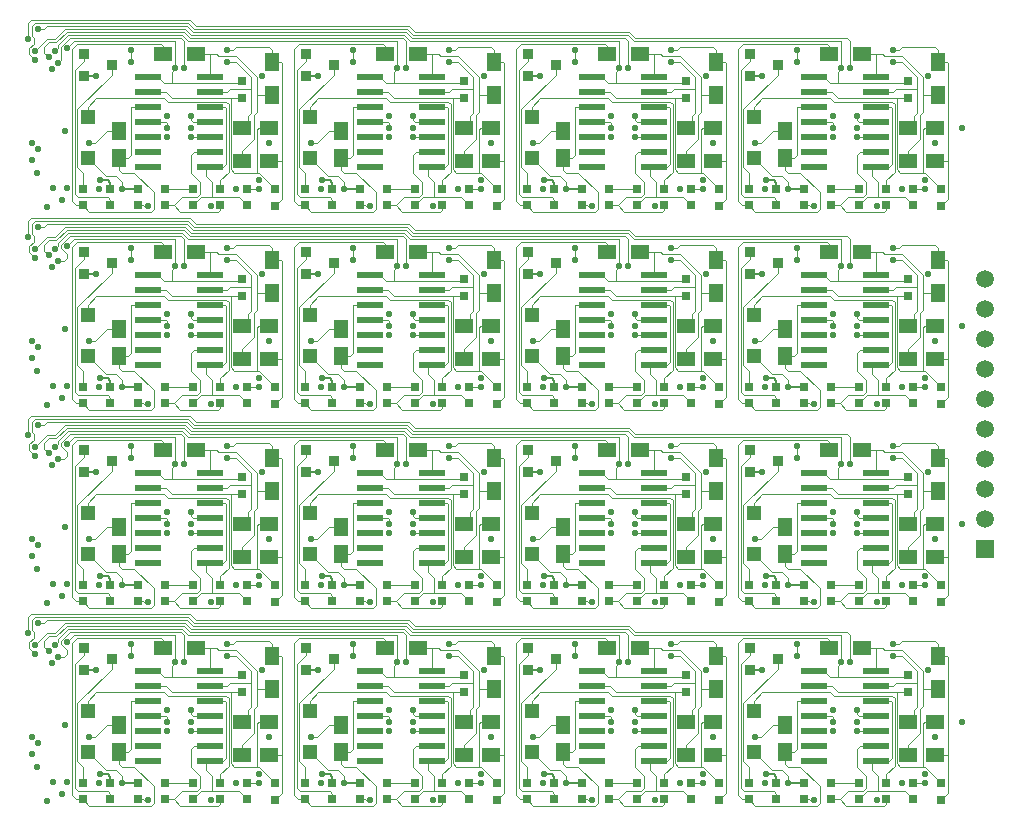
<source format=gtl>
%FSTAX23Y23*%
%MOIN*%
%SFA1B1*%

%IPPOS*%
%ADD10R,0.030000X0.030000*%
%ADD11R,0.060000X0.050000*%
%ADD12R,0.086610X0.021650*%
%ADD13R,0.050000X0.060000*%
%ADD14R,0.050000X0.050000*%
%ADD15R,0.037400X0.033470*%
%ADD16C,0.004000*%
%ADD17C,0.008000*%
%ADD18C,0.059060*%
%ADD19R,0.059060X0.059060*%
%ADD20C,0.022000*%
%LNpeak_detector_with_banking-1*%
%LPD*%
G54D10*
X093Y15355D03*
Y153D03*
Y14695D03*
Y1464D03*
X08193Y15301D03*
Y15356D03*
X07453Y15301D03*
Y15356D03*
X07728Y15357D03*
Y15302D03*
X06713Y15301D03*
Y15356D03*
X06988Y15357D03*
Y15302D03*
X08193Y14641D03*
Y14696D03*
X08468Y14697D03*
Y14642D03*
X07453Y14641D03*
Y14696D03*
X07728Y14697D03*
Y14642D03*
X06713Y14641D03*
Y14696D03*
X06988Y14697D03*
Y14642D03*
X08193Y13981D03*
Y14036D03*
X08468Y14037D03*
Y13982D03*
X07453Y13981D03*
Y14036D03*
X07728Y14037D03*
Y13982D03*
X06713Y13981D03*
Y14036D03*
X06988Y14037D03*
Y13982D03*
X08193Y13321D03*
Y13376D03*
X08468Y13377D03*
Y13322D03*
X07453Y13321D03*
Y13376D03*
X07728Y13377D03*
Y13322D03*
X06713Y13321D03*
Y13376D03*
X06988Y13377D03*
Y13322D03*
X08102D03*
Y13377D03*
X0856Y1332D03*
Y13375D03*
X08102Y13982D03*
Y14037D03*
X0856Y1398D03*
Y14035D03*
X08102Y14642D03*
Y14697D03*
X0856Y1464D03*
Y14695D03*
X08102Y15302D03*
Y15357D03*
X0856Y153D03*
Y15355D03*
X07362Y13322D03*
Y13377D03*
X0782Y1332D03*
Y13375D03*
X07362Y13982D03*
Y14037D03*
X0782Y1398D03*
Y14035D03*
X07362Y14642D03*
Y14697D03*
X0782Y1464D03*
Y14695D03*
X07362Y15302D03*
Y15357D03*
X0782Y153D03*
Y15355D03*
X0708Y1398D03*
Y14035D03*
X06622Y14642D03*
Y14697D03*
X0708Y1464D03*
Y14695D03*
X06622Y15302D03*
Y15357D03*
X0708Y153D03*
Y15355D03*
X06622Y13322D03*
Y13377D03*
X0708Y1332D03*
Y13375D03*
X06622Y13982D03*
Y14037D03*
X0697Y14395D03*
Y1434D03*
X0801Y15301D03*
Y15356D03*
X0727Y15301D03*
Y15356D03*
X0653Y15301D03*
Y15356D03*
X0801Y14641D03*
Y14696D03*
X0727Y14641D03*
Y14696D03*
X0653Y14641D03*
Y14696D03*
X0801Y13981D03*
Y14036D03*
X0727Y13981D03*
Y14036D03*
X0653Y13981D03*
Y14036D03*
X0801Y13321D03*
Y13376D03*
X0727Y13321D03*
Y13376D03*
X0653Y13321D03*
Y13376D03*
X08285Y15301D03*
X07545D03*
X06805D03*
X08285Y14641D03*
X07545D03*
X06805D03*
X08285Y13981D03*
X07545D03*
X06805D03*
X08285Y13321D03*
X07545D03*
X06805D03*
X08285Y15356D03*
X07545D03*
X06805D03*
X08285Y14696D03*
X07545D03*
X06805D03*
X08285Y14036D03*
X07545D03*
X06805D03*
X08285Y13376D03*
X07545D03*
X06805D03*
X08376Y15301D03*
X07636D03*
X06896D03*
X08376Y14641D03*
X07636D03*
X06896D03*
X08376Y13981D03*
X07636D03*
X06896D03*
X08376Y13321D03*
X07636D03*
X06896D03*
X0845Y1566D03*
X0771D03*
X0697D03*
X0845Y15D03*
X0771D03*
X0697D03*
X0845Y1434D03*
X0771D03*
X0845Y1368D03*
X0771D03*
X0697D03*
X08376Y15356D03*
X07636D03*
X06896D03*
X08376Y14696D03*
X07636D03*
X06896D03*
X08376Y14036D03*
X07636D03*
X06896D03*
X08376Y13376D03*
X07636D03*
X06896D03*
X07919Y15357D03*
X07179D03*
X06439D03*
X07919Y14697D03*
X07179D03*
X06439D03*
X07919Y14037D03*
X07179D03*
X06439D03*
X07919Y13377D03*
X07179D03*
X06439D03*
X07919Y15302D03*
X07179D03*
X06439D03*
X07919Y14642D03*
X07179D03*
X06439D03*
X07919Y13982D03*
X07179D03*
X06439D03*
X07919Y13322D03*
X07179D03*
X06439D03*
X0845Y15715D03*
Y15055D03*
Y14395D03*
Y13735D03*
X0771Y15715D03*
Y15055D03*
Y14395D03*
Y13735D03*
X0697Y15715D03*
Y15055D03*
Y13735D03*
X08659Y14037D03*
Y13982D03*
X0919Y15055D03*
Y15D03*
Y1434D03*
Y14395D03*
X09025Y15356D03*
Y15301D03*
Y14696D03*
Y14641D03*
Y13981D03*
Y14036D03*
Y13376D03*
Y13321D03*
X0875Y13981D03*
Y14036D03*
X0919Y13735D03*
Y1368D03*
X08659Y15302D03*
Y15357D03*
Y14642D03*
Y14697D03*
X0875Y14696D03*
Y14641D03*
X093Y1398D03*
Y14035D03*
Y13375D03*
Y1332D03*
X08842Y15357D03*
Y15302D03*
Y14697D03*
Y14642D03*
Y13982D03*
Y14037D03*
X0875Y13376D03*
Y13321D03*
Y15356D03*
Y15301D03*
X0919Y15715D03*
Y1566D03*
X08659Y13322D03*
Y13377D03*
X09116Y15356D03*
Y15301D03*
Y14696D03*
Y14641D03*
Y13981D03*
Y14036D03*
Y13376D03*
Y13321D03*
X08933Y15301D03*
Y15356D03*
Y14641D03*
Y14696D03*
Y14036D03*
Y13981D03*
Y13321D03*
Y13376D03*
X09208Y15302D03*
Y15357D03*
Y14642D03*
Y14697D03*
Y14037D03*
Y13982D03*
Y13322D03*
Y13377D03*
X08842Y13322D03*
Y13377D03*
X08468Y15357D03*
Y15302D03*
G54D11*
X06815Y15805D03*
X06705D03*
X0845Y1556D03*
X0854D03*
X08539Y1545D03*
X08449D03*
X08185Y15805D03*
X08295D03*
X0771Y1556D03*
X078D03*
X07799Y1545D03*
X07709D03*
X07445Y15805D03*
X07555D03*
X0697Y1556D03*
X0706D03*
X07059Y1545D03*
X06969D03*
X0845Y149D03*
X0854D03*
X08539Y1479D03*
X08449D03*
X08185Y15145D03*
X08295D03*
X0771Y149D03*
X078D03*
X07799Y1479D03*
X07709D03*
X07445Y15145D03*
X07555D03*
X0697Y149D03*
X0706D03*
X07059Y1479D03*
X06969D03*
X06705Y15145D03*
X06815D03*
X0845Y1424D03*
X0854D03*
X08539Y1413D03*
X08449D03*
X08185Y14485D03*
X08295D03*
X0771Y1424D03*
X078D03*
X07799Y1413D03*
X07709D03*
X07445Y14485D03*
X07555D03*
X0697Y1424D03*
X0706D03*
X07059Y1413D03*
X06969D03*
X06705Y14485D03*
X06815D03*
X0845Y1358D03*
X0854D03*
X08539Y1347D03*
X08449D03*
X08185Y13825D03*
X08295D03*
X0771Y1358D03*
X078D03*
X07799Y1347D03*
X07709D03*
X07445Y13825D03*
X07555D03*
X0697Y1358D03*
X0706D03*
X07059Y1347D03*
X06969D03*
X06705Y13825D03*
X06815D03*
X08925Y15805D03*
X09035D03*
X08925Y15145D03*
X09035D03*
Y14485D03*
X08925D03*
X0919Y1556D03*
X0928D03*
X0919Y149D03*
X0928D03*
Y1424D03*
X0919D03*
Y1358D03*
X0928D03*
X09279Y1545D03*
X09189D03*
X09279Y1479D03*
X09189D03*
Y1413D03*
X09279D03*
X09189Y1347D03*
X09279D03*
X09035Y13825D03*
X08925D03*
G54D12*
X08137Y1355D03*
Y135D03*
Y1345D03*
X08342Y1355D03*
X08137Y1375D03*
Y1365D03*
X08342Y137D03*
X08137D03*
X08342Y135D03*
Y1375D03*
Y1345D03*
Y1365D03*
Y136D03*
X08137D03*
X06657Y1421D03*
Y1416D03*
Y1411D03*
X06862Y1421D03*
X06657Y1441D03*
X06862Y1436D03*
X06657D03*
Y1431D03*
X06862Y1416D03*
Y1441D03*
Y1411D03*
Y1431D03*
Y1426D03*
X06657D03*
X08137Y1558D03*
X07397D03*
X06657D03*
X08137Y1492D03*
X07397D03*
X06657D03*
X08137Y1426D03*
X07397D03*
Y136D03*
X08342Y1558D03*
X07602D03*
X06862D03*
X08342Y1492D03*
X07602D03*
X06862D03*
X08342Y1426D03*
X07602D03*
Y136D03*
X08342Y1563D03*
Y1543D03*
X07602Y1563D03*
Y1543D03*
X06862Y1563D03*
Y1543D03*
X08342Y1497D03*
Y1477D03*
X07602Y1497D03*
Y1477D03*
X06862Y1497D03*
Y1477D03*
X08342Y1431D03*
Y1411D03*
X07602Y1431D03*
Y1411D03*
Y1365D03*
Y1345D03*
X08342Y1573D03*
X07602D03*
X06862D03*
X08342Y1507D03*
X07602D03*
X06862D03*
X08342Y1441D03*
X07602D03*
Y1375D03*
X08342Y1548D03*
X07602D03*
X06862D03*
X08342Y1482D03*
X07602D03*
X06862D03*
X08342Y1416D03*
X07602D03*
Y135D03*
X08137Y1568D03*
X07397D03*
X06657D03*
X08137Y1502D03*
X07397D03*
X06657D03*
X08137Y1436D03*
X07397D03*
Y137D03*
X08342Y1568D03*
X07602D03*
X06862D03*
X08342Y1502D03*
X07602D03*
X06862D03*
X08342Y1436D03*
X07602D03*
Y137D03*
X08137Y1563D03*
X07397D03*
X06657D03*
X08137Y1497D03*
X07397D03*
X06657D03*
X08137Y1431D03*
X07397D03*
Y1365D03*
X08137Y1573D03*
Y1507D03*
Y1441D03*
X07397Y1573D03*
Y1507D03*
Y1441D03*
Y1375D03*
X06657Y1573D03*
Y1507D03*
X08342Y1553D03*
X07602D03*
X06862D03*
X08342Y1487D03*
X07602D03*
X06862D03*
X08342Y1421D03*
X07602D03*
Y1355D03*
X07397D03*
Y135D03*
Y1345D03*
Y1421D03*
Y1416D03*
Y1411D03*
X08137D03*
Y1416D03*
Y1421D03*
X06657Y1477D03*
Y1482D03*
Y1487D03*
X07397D03*
Y1482D03*
Y1477D03*
X08137D03*
Y1482D03*
Y1487D03*
X06657Y1543D03*
Y1548D03*
Y1553D03*
X07397D03*
Y1548D03*
Y1543D03*
X08137D03*
Y1548D03*
Y1553D03*
X08877Y1543D03*
Y1548D03*
Y1553D03*
X09082D03*
X08877Y1573D03*
Y1563D03*
X09082Y1568D03*
X08877D03*
X09082Y1548D03*
Y1573D03*
Y1543D03*
Y1563D03*
Y1558D03*
X08877D03*
Y1477D03*
Y1482D03*
Y1487D03*
X09082D03*
X08877Y1507D03*
Y1497D03*
X09082Y1502D03*
X08877D03*
X09082Y1482D03*
Y1507D03*
Y1477D03*
Y1497D03*
Y1492D03*
X08877D03*
Y1426D03*
X09082D03*
Y1431D03*
Y1411D03*
Y1441D03*
Y1416D03*
X08877Y1436D03*
X09082D03*
X08877Y1431D03*
Y1441D03*
X09082Y1421D03*
X08877D03*
Y1416D03*
Y1411D03*
Y136D03*
X09082D03*
Y1365D03*
Y1345D03*
Y1375D03*
Y135D03*
X08877Y137D03*
X09082D03*
X08877Y1365D03*
Y1375D03*
X09082Y1355D03*
X08877D03*
Y135D03*
Y1345D03*
X06657Y1355D03*
Y135D03*
Y1345D03*
X06862Y1355D03*
X06657Y1375D03*
Y1365D03*
X06862Y137D03*
X06657D03*
X06862Y135D03*
Y1375D03*
Y1345D03*
Y1365D03*
Y136D03*
X06657D03*
G54D13*
X0855Y1567D03*
Y1578D03*
X0804Y15549D03*
Y15459D03*
X0781Y1567D03*
Y1578D03*
X073Y15549D03*
Y15459D03*
X0707Y1567D03*
Y1578D03*
X0656Y15549D03*
Y15459D03*
X0855Y1501D03*
Y1512D03*
X0804Y14889D03*
Y14799D03*
X0781Y1501D03*
Y1512D03*
X073Y14889D03*
Y14799D03*
X0707Y1501D03*
Y1512D03*
X0656Y14889D03*
Y14799D03*
X0855Y1435D03*
Y1446D03*
X0804Y14229D03*
Y14139D03*
X0781Y1435D03*
Y1446D03*
X073Y14229D03*
Y14139D03*
X0707Y1435D03*
Y1446D03*
X0656Y14229D03*
Y14139D03*
X0855Y1369D03*
Y138D03*
X0804Y13569D03*
Y13479D03*
X0781Y1369D03*
Y138D03*
X073Y13569D03*
Y13479D03*
X0707Y1369D03*
Y138D03*
X0656Y13569D03*
Y13479D03*
X0929Y1578D03*
Y1567D03*
Y1512D03*
Y1501D03*
Y1435D03*
Y1446D03*
Y138D03*
Y1369D03*
X0878Y15549D03*
Y15459D03*
Y14889D03*
Y14799D03*
Y14139D03*
Y14229D03*
Y13569D03*
Y13479D03*
G54D14*
X07935Y15595D03*
Y1546D03*
X07195Y15595D03*
Y1546D03*
X06455Y15595D03*
Y1546D03*
X07935Y14935D03*
Y148D03*
X07195Y14935D03*
Y148D03*
X06455Y14935D03*
Y148D03*
X07935Y14275D03*
Y1414D03*
X07195Y14275D03*
Y1414D03*
X06455Y14275D03*
Y1414D03*
X07935Y13615D03*
Y1348D03*
X07195Y13615D03*
Y1348D03*
X06455Y13615D03*
Y1348D03*
X08675Y1546D03*
Y15595D03*
Y148D03*
Y14935D03*
Y14275D03*
Y1414D03*
Y13615D03*
Y1348D03*
G54D15*
X07276Y1379D03*
X07183Y13752D03*
Y13827D03*
X06536Y1445D03*
X06443Y14412D03*
Y14487D03*
X08016Y1577D03*
X07923Y15732D03*
Y15807D03*
X07276Y1577D03*
X07183Y15732D03*
Y15807D03*
X06536Y1577D03*
X06443Y15732D03*
Y15807D03*
X08016Y1511D03*
X07923Y15072D03*
Y15147D03*
X07276Y1511D03*
X07183Y15072D03*
Y15147D03*
X06536Y1511D03*
X06443Y15072D03*
Y15147D03*
X08016Y1445D03*
X07923Y14412D03*
Y14487D03*
X07276Y1445D03*
X07183Y14412D03*
Y14487D03*
X08016Y1379D03*
X07923Y13752D03*
Y13827D03*
X08663Y15147D03*
Y15072D03*
X08756Y1511D03*
X08663Y13827D03*
Y13752D03*
X08756Y1379D03*
Y1445D03*
X08663Y14412D03*
Y14487D03*
Y15807D03*
Y15732D03*
X08756Y1577D03*
X06443Y13827D03*
Y13752D03*
X06536Y1379D03*
G54D16*
X0702Y1567D02*
Y1573D01*
Y15613D02*
Y1567D01*
X06795Y152D02*
X07505D01*
X07515Y1519*
X07525Y1524D02*
X07545Y1522D01*
X0826*
X0752Y1523D02*
X0754Y1521D01*
X07515Y1522D02*
X07535Y152D01*
X0751Y1521D02*
X0753Y1519D01*
X06815Y1524D02*
X07525D01*
X06795Y1526D02*
X06815Y1524D01*
X0681Y1523D02*
X0752D01*
X0679Y1525D02*
X0681Y1523D01*
X06805Y1522D02*
X07515D01*
X06785Y1524D02*
X06805Y1522D01*
X068Y1521D02*
X0751D01*
X0678Y1523D02*
X068Y1521D01*
Y15585D02*
X06805Y1558D01*
X06917Y1544D02*
Y15625D01*
X06912Y1563D02*
X06917Y15625D01*
X06907Y1543D02*
X06917Y1544D01*
X0669Y1573D02*
X0671Y1571D01*
X0664Y15302D02*
X06642Y153D01*
X06421Y15428D02*
X06439Y1541D01*
X06522Y15329D02*
X06531Y1532D01*
X06412Y15339D02*
X06422Y15329D01*
X06522*
X06916Y15647D02*
X06925Y15638D01*
Y15413D02*
Y15638D01*
X06897Y15385D02*
X06925Y15413D01*
X06933Y15421D02*
X06944Y1541D01*
X06715Y1568D02*
X06735Y1566D01*
X0648Y1551D02*
X06519Y15549D01*
X066Y1547D02*
Y1563D01*
X0659Y1546D02*
X066Y1547D01*
X0656Y1542D02*
X0657Y1541D01*
X067Y1584D02*
X06705Y15834D01*
X0642Y1584D02*
X067D01*
X06403Y15823D02*
X0642Y1584D01*
X06403Y15316D02*
Y15823D01*
Y15316D02*
X06417Y15302D01*
X07009Y15602D02*
X0702Y15613D01*
X0695Y158D02*
X0702Y1573D01*
X06885Y15805D02*
X0689Y158D01*
X0695*
X0699Y156D02*
X07Y1561D01*
X0699Y1558D02*
Y156D01*
X0694Y1582D02*
X0695Y1583D01*
Y1578D02*
X07Y1573D01*
X0692Y1568D02*
X0693Y1569D01*
X068Y1541D02*
X0683Y1538D01*
X068Y1547D02*
X0681Y1548D01*
X0683Y1534D02*
Y1538D01*
X0682Y1533D02*
X0683Y1534D01*
X0689Y1528D02*
X06896Y15286D01*
X068Y1541D02*
Y1547D01*
X0676Y15356D02*
Y15357D01*
X06851Y15399D02*
X0687Y1538D01*
X06833Y1533D02*
X0685D01*
X06775Y1522D02*
X06795Y152D01*
X0679Y1519D02*
X07485D01*
X08985Y1388D02*
X08995Y1387D01*
X08245Y1388D02*
X08255Y1387D01*
X07505Y1388D02*
X07515Y1387D01*
X06765Y1388D02*
X06775Y1387D01*
X06795Y1394D02*
X06815Y1392D01*
X07525*
X07545Y139*
X0826*
X0828Y1388*
X08985*
X08275Y1387D02*
X08965D01*
X0679Y1393D02*
X0681Y1391D01*
X0752*
X0754Y1389*
X08255*
X08275Y1387*
X06785Y1392D02*
X06805Y139D01*
X07515*
X07535Y1388*
X08245*
X0753Y1387D02*
X08225D01*
X0678Y1391D02*
X068Y1389D01*
X0751*
X0753Y1387*
X06775Y139D02*
X06795Y1388D01*
X07505*
X0677Y1389D02*
X0679Y1387D01*
X07485*
X08985Y1454D02*
X08995Y1453D01*
X08245Y1454D02*
X08255Y1453D01*
X07505Y1454D02*
X07515Y1453D01*
X06765Y1454D02*
X06775Y1453D01*
X06795Y146D02*
X06815Y1458D01*
X07525*
X07545Y1456*
X0826*
X0828Y1454*
X08985*
X08275Y1453D02*
X08965D01*
X0679Y1459D02*
X0681Y1457D01*
X0752*
X0754Y1455*
X08255*
X08275Y1453*
X06785Y1458D02*
X06805Y1456D01*
X07515*
X07535Y1454*
X08245*
X0753Y1453D02*
X08225D01*
X0678Y1457D02*
X068Y1455D01*
X0751*
X0753Y1453*
X06775Y1456D02*
X06795Y1454D01*
X07505*
X0677Y1455D02*
X0679Y1453D01*
X07485*
X08985Y152D02*
X08995Y1519D01*
X08245Y152D02*
X08255Y1519D01*
X06765Y152D02*
X06775Y1519D01*
X0826Y1522D02*
X0828Y152D01*
X08985*
X08275Y1519D02*
X08965D01*
X0754Y1521D02*
X08255D01*
X08275Y1519*
X07535Y152D02*
X08245D01*
X0753Y1519D02*
X08225D01*
X0677Y1521D02*
X0679Y1519D01*
X08985Y1586D02*
X08995Y1585D01*
X08245Y1586D02*
X08255Y1585D01*
X07505Y1586D02*
X07515Y1585D01*
X06765Y1586D02*
X06775Y1585D01*
X06795Y1592D02*
X06815Y159D01*
X07525*
X07545Y1588*
X0826*
X0828Y1586*
X08985*
X08275Y1585D02*
X08965D01*
X0679Y1591D02*
X0681Y1589D01*
X0752*
X0754Y1587*
X08255*
X08275Y1585*
X06785Y159D02*
X06805Y1588D01*
X07515*
X07535Y1586*
X08245*
X0753Y1585D02*
X08225D01*
X0678Y1589D02*
X068Y1587D01*
X0751*
X0753Y1585*
X06775Y1588D02*
X06795Y1586D01*
X07505*
X0677Y1587D02*
X0679Y1585D01*
X07485*
X0639Y1587D02*
X0677D01*
X06385Y1588D02*
X06775D01*
X0638Y1589D02*
X0678D01*
X06395Y1586D02*
X06765D01*
X0641Y1585D02*
X06745D01*
X06365Y1583D02*
X06395Y1586D01*
X0635Y15845D02*
X06385Y1588D01*
X06345Y15855D02*
X0638Y1589D01*
X0632Y15855D02*
X06345D01*
X06255Y1591D02*
X06265Y1592D01*
X06795*
X0627Y15865D02*
Y159D01*
X0628Y1591*
X0627Y15865D02*
X06275Y1586D01*
Y1584D02*
Y1586D01*
X0628Y1591D02*
X0679D01*
X0631Y1589D02*
X0632Y159D01*
X06785*
X0626Y15825D02*
X06275Y1584D01*
X0631Y1583D02*
X06325Y15845D01*
X0631Y1581D02*
Y1583D01*
X06325Y15845D02*
X0635D01*
X06355Y15825D02*
Y15835D01*
X0639Y1587*
X0626Y15805D02*
Y15825D01*
X0639Y1521D02*
X0677D01*
X06385Y1522D02*
X06775D01*
X0638Y1523D02*
X0678D01*
X06395Y152D02*
X06765D01*
X0641Y1519D02*
X06745D01*
X06365Y1517D02*
X06395Y152D01*
X06365Y1516D02*
Y1517D01*
X0635Y15185D02*
X06385Y1522D01*
X06345Y15195D02*
X0638Y1523D01*
X0632Y15195D02*
X06345D01*
X06375Y15115D02*
X06385Y15125D01*
Y1514*
X06365Y1516D02*
X06385Y1514D01*
X06255Y1525D02*
X06265Y1526D01*
X0627Y15205D02*
Y1524D01*
X0628Y1525*
X0627Y15205D02*
X06275Y152D01*
Y1518D02*
Y152D01*
X0631Y1523D02*
X0632Y1524D01*
X0626Y15165D02*
X06275Y1518D01*
X0631Y1517D02*
X06325Y15185D01*
X0631Y1515D02*
Y1517D01*
X06325Y15185D02*
X0635D01*
X06355Y15165D02*
Y15175D01*
X0639Y1521*
X0626Y15145D02*
Y15165D01*
X06265Y1526D02*
X06795D01*
X0628Y1525D02*
X0679D01*
X0632Y1524D02*
X06785D01*
X0639Y1455D02*
X0677D01*
X06385Y1456D02*
X06775D01*
X0638Y1457D02*
X0678D01*
X06395Y1454D02*
X06765D01*
X0641Y1453D02*
X06745D01*
X06365Y1451D02*
X06395Y1454D01*
X06365Y145D02*
Y1451D01*
X0635Y14525D02*
X06385Y1456D01*
X06345Y14535D02*
X0638Y1457D01*
X0632Y14535D02*
X06345D01*
X06375Y14455D02*
X06385Y14465D01*
Y1448*
X06365Y145D02*
X06385Y1448D01*
X06255Y1459D02*
X06265Y146D01*
X0627Y14545D02*
Y1458D01*
X0628Y1459*
X0627Y14545D02*
X06275Y1454D01*
Y1452D02*
Y1454D01*
X0631Y1457D02*
X0632Y1458D01*
X0626Y14505D02*
X06275Y1452D01*
X0631Y1451D02*
X06325Y14525D01*
X0631Y1449D02*
Y1451D01*
X06325Y14525D02*
X0635D01*
X06355Y14505D02*
Y14515D01*
X0639Y1455*
X0626Y14485D02*
Y14505D01*
X06265Y146D02*
X06795D01*
X0628Y1459D02*
X0679D01*
X0632Y1458D02*
X06785D01*
X0639Y1389D02*
X0677D01*
X06385Y139D02*
X06775D01*
X0638Y1391D02*
X0678D01*
X06395Y1388D02*
X06765D01*
X0641Y1387D02*
X06745D01*
X06365Y1385D02*
X06395Y1388D01*
X06365Y1384D02*
Y1385D01*
X0635Y13865D02*
X06385Y139D01*
X06345Y13875D02*
X0638Y1391D01*
X0632Y13875D02*
X06345D01*
X06375Y13795D02*
X06385Y13805D01*
Y1382*
X06365Y1384D02*
X06385Y1382D01*
X06255Y1393D02*
X06265Y1394D01*
X0627Y13885D02*
Y1392D01*
X0628Y1393*
X0627Y13885D02*
X06275Y1388D01*
Y1386D02*
Y1388D01*
X0631Y1391D02*
X0632Y1392D01*
X0626Y13845D02*
X06275Y1386D01*
X0631Y1385D02*
X06325Y13865D01*
X0631Y1383D02*
Y1385D01*
X06325Y13865D02*
X0635D01*
X06355Y13845D02*
Y13855D01*
X0639Y1389*
X0626Y13825D02*
Y13845D01*
X06265Y1394D02*
X06795D01*
X0628Y1393D02*
X0679D01*
X0632Y1392D02*
X06785D01*
X06726Y15302D02*
X06742D01*
X06365Y15785D02*
Y1583D01*
X06742Y15302D02*
X06763Y1528D01*
X06742Y15302D02*
X0677Y1533D01*
X06763Y1528D02*
X0689D01*
X0677Y1533D02*
X0682D01*
X07104Y15324D02*
Y1545D01*
X0702Y15555D02*
X07025Y1556D01*
X0706Y1583D02*
X0707Y1582D01*
X0695Y1583D02*
X0706D01*
X07104Y15768D02*
Y15776D01*
X07099Y1578D02*
X07104Y15776D01*
X06515Y154D02*
X0655D01*
X0657Y1538*
X06412Y15339D02*
Y15753D01*
X06443Y15784*
X06421Y15428D02*
Y15622D01*
X06536Y15737*
X06484Y15659D02*
X0671D01*
X06722Y15647D02*
X06916D01*
X0671Y15659D02*
X06722Y15647D01*
X06455Y1563D02*
X06484Y15659D01*
X06969Y15484D02*
X07009Y15524D01*
Y15602*
X0646Y1551D02*
X0648D01*
X06622Y15302D02*
X0664D01*
X06443Y15732D02*
X06444D01*
X06519Y15549D02*
X0656D01*
X06642Y153D02*
X06655D01*
X06988Y15357D02*
X07027D01*
X068Y1553D02*
X06862D01*
X06455Y1546D02*
X06515Y154D01*
X0657Y15355D02*
Y1538D01*
X06385Y13845D02*
X0641Y1387D01*
X06745Y1378D02*
Y1387D01*
X06385Y14505D02*
X0641Y1453D01*
X06745Y1444D02*
Y1453D01*
X06385Y15165D02*
X0641Y1519D01*
X06745Y151D02*
Y1519D01*
X06385Y15825D02*
X0641Y1585D01*
X06735Y1571D02*
Y15745D01*
X0671Y1571D02*
X06735D01*
X06965*
X06657Y1573D02*
X0669D01*
X06735Y15745D02*
X06745Y1576D01*
X06965Y1571D02*
X0697Y15715D01*
X06745Y1576D02*
Y1585D01*
X06345Y13835D02*
X06355Y13845D01*
X07485Y1378D02*
Y1387D01*
X06345Y14495D02*
X06355Y14505D01*
X07485Y1444D02*
Y1453D01*
X06345Y15155D02*
X06355Y15165D01*
X07485Y151D02*
Y1519D01*
X06345Y15815D02*
X06355Y15825D01*
X07485Y1576D02*
Y1585D01*
X0628Y13835D02*
X0632Y13875D01*
X08225Y1378D02*
Y1387D01*
X0628Y14495D02*
X0632Y14535D01*
X08225Y1444D02*
Y1453D01*
X0628Y15155D02*
X0632Y15195D01*
X08225Y151D02*
Y1519D01*
X0628Y15815D02*
X0632Y15855D01*
X08225Y1576D02*
Y1585D01*
X0626Y13825D02*
X0628Y13805D01*
X08965Y1378D02*
Y1387D01*
X0626Y14485D02*
X0628Y14465D01*
X08965Y1444D02*
Y1453D01*
X0626Y15145D02*
X0628Y15125D01*
X08965Y151D02*
Y1519D01*
X0626Y15805D02*
X0628Y15785D01*
X08965Y1576D02*
Y1585D01*
X06255Y13875D02*
Y1393D01*
X08995Y1378D02*
Y1387D01*
X06255Y14535D02*
Y1459D01*
X08995Y1444D02*
Y1453D01*
X06255Y15195D02*
Y1525D01*
X08995Y151D02*
Y1519D01*
X06255Y15855D02*
Y1591D01*
X08995Y1576D02*
Y1585D01*
X0629Y1391D02*
X0631D01*
X08255Y1378D02*
Y1387D01*
X0629Y1457D02*
X0631D01*
X08255Y1444D02*
Y1453D01*
X0629Y1523D02*
X0631D01*
X08255Y151D02*
Y1519D01*
X0629Y1589D02*
X0631D01*
X08255Y1576D02*
Y1585D01*
X0631Y1383D02*
X06325Y13815D01*
X07515Y1378D02*
Y1387D01*
X0631Y1449D02*
X06325Y14475D01*
X07515Y1444D02*
Y1453D01*
X0631Y1515D02*
X06325Y15135D01*
X07515Y151D02*
Y1519D01*
X0631Y1581D02*
X06325Y15795D01*
X07515Y1576D02*
Y1585D01*
X06355Y13795D02*
X06375D01*
X06775Y1378D02*
Y1387D01*
X06355Y14455D02*
X06375D01*
X06775Y1444D02*
Y1453D01*
X06355Y15115D02*
X06375D01*
X06775Y151D02*
Y1519D01*
X06355Y15775D02*
X06365Y15785D01*
X06775Y1576D02*
Y1585D01*
X06417Y15302D02*
X06439D01*
X0656Y1546D02*
X0659D01*
X066Y1563D02*
X06657D01*
X06705Y158D02*
Y15805D01*
Y15834*
X06531Y15301D02*
Y1532D01*
X06443Y15784D02*
Y15807D01*
X0653Y15301D02*
X06531D01*
X06439Y15353D02*
Y15357D01*
Y1541*
X06536Y15737D02*
Y1577D01*
X06537*
X06455Y15595D02*
Y1563D01*
X06897Y15356D02*
Y15385D01*
X06896Y15356D02*
X06897D01*
X06862Y1568D02*
X0692D01*
X06862Y15681D02*
X06862D01*
X0697Y1556D02*
Y1556D01*
X0693Y1569D02*
X07D01*
X0692Y1582D02*
X0694D01*
X0692Y1578D02*
X0695D01*
X0697Y1556D02*
D01*
X0699Y1558*
X0708Y153D02*
X07104Y15324D01*
X07059Y1545D02*
X07104D01*
X07103Y15768D02*
X07104Y1545D01*
X07Y1561D02*
Y1569D01*
Y1573*
X0707Y1578D02*
Y1582D01*
Y1578D02*
X07099D01*
X06933Y15421D02*
Y1566D01*
X06944Y1541D02*
X0702D01*
X07025*
X06657Y1568D02*
X06715D01*
X06735Y1566D02*
X06933D01*
X0697*
X0702Y1541D02*
Y15555D01*
X07025Y1541D02*
X0708Y15355D01*
X07025Y1556D02*
X0706D01*
X06896Y15286D02*
Y15301D01*
X06897*
X0681Y1548D02*
X06862D01*
X06713Y15356D02*
Y15357D01*
X0676*
Y15356D02*
X06805D01*
X06862Y1573D02*
Y15805D01*
X06815D02*
X06862D01*
X06885*
X06969Y1545D02*
Y15484D01*
X0702Y1567D02*
X0707D01*
X06805Y15301D02*
X06833Y1533D01*
X06851D02*
X0687D01*
X0696*
X06851Y15399D02*
Y1543D01*
X0687Y1533D02*
Y1538D01*
X06851Y1543D02*
X06862D01*
X06907*
X0696Y1533D02*
X06988Y15302D01*
X06862Y1563D02*
X06912D01*
X068Y15585D02*
Y156D01*
X06805Y1558D02*
X06862D01*
X06439Y15302D02*
X06461Y1528D01*
X06665*
X0656Y1542D02*
Y15459D01*
X0657Y1541D02*
X0661D01*
X06665Y1528D02*
X06675Y1529D01*
X0661Y1541D02*
X06675Y15345D01*
Y1529D02*
Y15345D01*
X06455Y14935D02*
Y1497D01*
X06484Y14999*
X0671*
X06722Y14987D02*
X06916D01*
X0671Y14999D02*
X06722Y14987D01*
X06897Y14696D02*
Y14725D01*
X06896Y14696D02*
X06897D01*
Y14725D02*
X06925Y14753D01*
Y14978*
X06916Y14987D02*
X06925Y14978D01*
X06726Y14642D02*
X06742D01*
X06763Y1462D02*
X0689D01*
X06742Y14642D02*
X06763Y1462D01*
X06742Y14642D02*
X0677Y1467D01*
X068Y1475D02*
Y1481D01*
X0677Y1467D02*
X0682D01*
X068Y1481D02*
X0681Y1482D01*
X0689Y1462D02*
X06896Y14626D01*
Y14641*
X06897*
X0682Y1467D02*
X0683Y1468D01*
Y1472*
X068Y1475D02*
X0683Y1472D01*
X0681Y1482D02*
X06862D01*
X06417Y14642D02*
X06439D01*
X06403Y14656D02*
X06417Y14642D01*
X06403Y14656D02*
Y15163D01*
X06461Y1462D02*
X06665D01*
X06439Y14642D02*
X06461Y1462D01*
X0656Y1476D02*
X0657Y1475D01*
X06403Y15163D02*
X0642Y1518D01*
X0656Y1476D02*
Y14799D01*
X0642Y1518D02*
X067D01*
X0657Y1475D02*
X0661D01*
X06665Y1462D02*
X06675Y1463D01*
X0661Y1475D02*
X06675Y14685D01*
Y1463D02*
Y14685D01*
X067Y1518D02*
X06705Y15174D01*
Y15145D02*
Y15174D01*
X06421Y14768D02*
X06439Y1475D01*
X06421Y14768D02*
Y14962D01*
X06536Y15077*
X06439Y14693D02*
Y14697D01*
Y1475*
X06536Y15077D02*
Y1511D01*
X0671Y1505D02*
X06735D01*
X0669Y1507D02*
X0671Y1505D01*
X06735D02*
X06965D01*
X06735D02*
Y15085D01*
X06745Y151*
X06965Y1505D02*
X0697Y15055D01*
X06933Y14761D02*
Y15D01*
X06715Y1502D02*
X06735Y15D01*
X06944Y1475D02*
X0702D01*
X06933Y14761D02*
X06944Y1475D01*
X06657Y1502D02*
X06715D01*
X06735Y15D02*
X06933D01*
X0697*
X0702Y1475D02*
X07025D01*
X0702D02*
Y14895D01*
X07025Y1475D02*
X0708Y14695D01*
X0702Y14895D02*
X07025Y149D01*
X0706*
X06713Y14697D02*
X0676D01*
Y14696D02*
Y14697D01*
Y14696D02*
X06805D01*
Y14641D02*
X06833Y1467D01*
X0685*
X06851D02*
X0687D01*
X06851Y14739D02*
Y1477D01*
Y14739D02*
X0687Y1472D01*
Y1467D02*
X0696D01*
X0687D02*
Y1472D01*
X0696Y1467D02*
X06988Y14642D01*
X068Y1487D02*
X06862D01*
X06657Y1507D02*
X0669D01*
X0656Y148D02*
X0659D01*
X066Y1481*
Y1497*
X06657*
X06862Y1502D02*
X0692D01*
X06862Y15021D02*
X06862D01*
X0692Y1502D02*
X0693Y1503D01*
X0692Y1516D02*
X0694D01*
X0692Y1512D02*
X0695D01*
X0693Y1503D02*
X07D01*
X0694Y1516D02*
X0695Y1517D01*
Y1512D02*
X07Y1507D01*
X0695Y1517D02*
X0706D01*
X0699Y1492D02*
Y1494D01*
X07Y1495*
Y1503*
Y1507*
X0707Y1512D02*
Y1516D01*
X0706Y1517D02*
X0707Y1516D01*
X06862Y1507D02*
Y15145D01*
X06815D02*
X06862D01*
X06885*
X0689Y1514D02*
X0695D01*
X06885Y15145D02*
X0689Y1514D01*
X06969Y1479D02*
Y14824D01*
X07009Y14864*
Y14942*
X0702Y14953*
Y1501*
Y1501D02*
Y1507D01*
X0702Y1501D02*
X0707D01*
X0695Y1514D02*
X0702Y1507D01*
X06851Y1477D02*
X06862D01*
X06907*
X06862Y1497D02*
X06912D01*
X06907Y1477D02*
X06917Y1478D01*
X06912Y1497D02*
X06917Y14965D01*
Y1478D02*
Y14965D01*
X068Y14925D02*
Y1494D01*
Y14925D02*
X06805Y1492D01*
X06862*
X06515Y1474D02*
X0655D01*
X06455Y148D02*
X06515Y1474D01*
X0655D02*
X0657Y1472D01*
Y14695D02*
Y1472D01*
X06622Y14642D02*
X0664D01*
X06642Y1464*
X06655*
X0708D02*
X07104Y14664D01*
X07059Y1479D02*
X07104D01*
Y14664D02*
Y1479D01*
D01*
X07103Y15108D02*
X07104Y1479D01*
X0707Y1512D02*
X07099D01*
X07104Y15108D02*
Y15116D01*
X07099Y1512D02*
X07104Y15116D01*
X06412Y14679D02*
X06422Y14669D01*
X06522*
X06412Y14679D02*
Y15093D01*
X06443Y15124*
X06531Y14641D02*
Y1466D01*
X06443Y15124D02*
Y15147D01*
X06522Y14669D02*
X06531Y1466D01*
X06443Y15072D02*
X06444D01*
X06536Y1511D02*
X06537D01*
X0653Y14641D02*
X06531D01*
X0697Y149D02*
Y149D01*
D01*
X0699Y1492*
X0646Y1485D02*
X0648D01*
X06519Y14889*
X0656*
X06705Y1514D02*
Y15145D01*
X06713Y14696D02*
Y14697D01*
X06988D02*
X07027D01*
X06455Y14275D02*
Y1431D01*
X06484Y14339*
X0671*
X06722Y14327D02*
X06916D01*
X0671Y14339D02*
X06722Y14327D01*
X06897Y14036D02*
Y14065D01*
X06896Y14036D02*
X06897D01*
Y14065D02*
X06925Y14093D01*
Y14318*
X06916Y14327D02*
X06925Y14318D01*
X06726Y13982D02*
X06742D01*
X06763Y1396D02*
X0689D01*
X06742Y13982D02*
X06763Y1396D01*
X06742Y13982D02*
X0677Y1401D01*
X068Y1409D02*
Y1415D01*
X0677Y1401D02*
X0682D01*
X068Y1415D02*
X0681Y1416D01*
X0689Y1396D02*
X06896Y13966D01*
Y13981*
X06897*
X0682Y1401D02*
X0683Y1402D01*
Y1406*
X068Y1409D02*
X0683Y1406D01*
X0681Y1416D02*
X06862D01*
X06417Y13982D02*
X06439D01*
X06403Y13996D02*
X06417Y13982D01*
X06403Y13996D02*
Y14503D01*
X06461Y1396D02*
X06665D01*
X06439Y13982D02*
X06461Y1396D01*
X0656Y141D02*
X0657Y1409D01*
X06403Y14503D02*
X0642Y1452D01*
X0656Y141D02*
Y14139D01*
X0642Y1452D02*
X067D01*
X0657Y1409D02*
X0661D01*
X06665Y1396D02*
X06675Y1397D01*
X0661Y1409D02*
X06675Y14025D01*
Y1397D02*
Y14025D01*
X067Y1452D02*
X06705Y14514D01*
Y14485D02*
Y14514D01*
X06421Y14108D02*
X06439Y1409D01*
X06421Y14108D02*
Y14302D01*
X06536Y14417*
X06439Y14033D02*
Y14037D01*
Y1409*
X06536Y14417D02*
Y1445D01*
X0671Y1439D02*
X06735D01*
X0669Y1441D02*
X0671Y1439D01*
X06735D02*
X06965D01*
X06735D02*
Y14425D01*
X06745Y1444*
X06965Y1439D02*
X0697Y14395D01*
X06933Y14101D02*
Y1434D01*
X06715Y1436D02*
X06735Y1434D01*
X06944Y1409D02*
X0702D01*
X06933Y14101D02*
X06944Y1409D01*
X06657Y1436D02*
X06715D01*
X06735Y1434D02*
X06933D01*
X0697*
X0702Y1409D02*
X07025D01*
X0702D02*
Y14235D01*
X07025Y1409D02*
X0708Y14035D01*
X0702Y14235D02*
X07025Y1424D01*
X0706*
X06713Y14037D02*
X0676D01*
Y14036D02*
Y14037D01*
Y14036D02*
X06805D01*
Y13981D02*
X06833Y1401D01*
X0685*
X06851D02*
X0687D01*
X06851Y14079D02*
Y1411D01*
Y14079D02*
X0687Y1406D01*
Y1401D02*
X0696D01*
X0687D02*
Y1406D01*
X0696Y1401D02*
X06988Y13982D01*
X068Y1421D02*
X06862D01*
X06657Y1441D02*
X0669D01*
X0656Y1414D02*
X0659D01*
X066Y1415*
Y1431*
X06657*
X06862Y1436D02*
X0692D01*
X06862Y14361D02*
X06862D01*
X0692Y1436D02*
X0693Y1437D01*
X0692Y145D02*
X0694D01*
X0692Y1446D02*
X0695D01*
X0693Y1437D02*
X07D01*
X0694Y145D02*
X0695Y1451D01*
Y1446D02*
X07Y1441D01*
X0695Y1451D02*
X0706D01*
X0699Y1426D02*
Y1428D01*
X07Y1429*
Y1437*
Y1441*
X0707Y1446D02*
Y145D01*
X0706Y1451D02*
X0707Y145D01*
X06862Y1441D02*
Y14485D01*
X06815D02*
X06862D01*
X06885*
X0689Y1448D02*
X0695D01*
X06885Y14485D02*
X0689Y1448D01*
X06969Y1413D02*
Y14164D01*
X07009Y14204*
Y14282*
X0702Y14293*
Y1435*
Y1435D02*
Y1441D01*
X0702Y1435D02*
X0707D01*
X0695Y1448D02*
X0702Y1441D01*
X06851Y1411D02*
X06862D01*
X06907*
X06862Y1431D02*
X06912D01*
X06907Y1411D02*
X06917Y1412D01*
X06912Y1431D02*
X06917Y14305D01*
Y1412D02*
Y14305D01*
X068Y14265D02*
Y1428D01*
Y14265D02*
X06805Y1426D01*
X06862*
X06515Y1408D02*
X0655D01*
X06455Y1414D02*
X06515Y1408D01*
X0655D02*
X0657Y1406D01*
Y14035D02*
Y1406D01*
X06622Y13982D02*
X0664D01*
X06642Y1398*
X06655*
X0708D02*
X07104Y14004D01*
X07059Y1413D02*
X07104D01*
Y14004D02*
Y1413D01*
D01*
X07103Y14448D02*
X07104Y1413D01*
X0707Y1446D02*
X07099D01*
X07104Y14448D02*
Y14456D01*
X07099Y1446D02*
X07104Y14456D01*
X06412Y14019D02*
X06422Y14009D01*
X06522*
X06412Y14019D02*
Y14433D01*
X06443Y14464*
X06531Y13981D02*
Y14D01*
X06443Y14464D02*
Y14487D01*
X06522Y14009D02*
X06531Y14D01*
X06443Y14412D02*
X06444D01*
X06536Y1445D02*
X06537D01*
X0653Y13981D02*
X06531D01*
X0697Y1424D02*
Y1424D01*
D01*
X0699Y1426*
X0646Y1419D02*
X0648D01*
X06519Y14229*
X0656*
X06705Y1448D02*
Y14485D01*
X06713Y14036D02*
Y14037D01*
X06988D02*
X07027D01*
X06455Y13615D02*
Y1365D01*
X06484Y13679*
X0671*
X06722Y13667D02*
X06916D01*
X0671Y13679D02*
X06722Y13667D01*
X06897Y13376D02*
Y13405D01*
X06896Y13376D02*
X06897D01*
Y13405D02*
X06925Y13433D01*
Y13658*
X06916Y13667D02*
X06925Y13658D01*
X06726Y13322D02*
X06742D01*
X06763Y133D02*
X0689D01*
X06742Y13322D02*
X06763Y133D01*
X06742Y13322D02*
X0677Y1335D01*
X068Y1343D02*
Y1349D01*
X0677Y1335D02*
X0682D01*
X068Y1349D02*
X0681Y135D01*
X0689Y133D02*
X06896Y13306D01*
Y13321*
X06897*
X0682Y1335D02*
X0683Y1336D01*
Y134*
X068Y1343D02*
X0683Y134D01*
X0681Y135D02*
X06862D01*
X06417Y13322D02*
X06439D01*
X06403Y13336D02*
X06417Y13322D01*
X06403Y13336D02*
Y13843D01*
X06461Y133D02*
X06665D01*
X06439Y13322D02*
X06461Y133D01*
X0656Y1344D02*
X0657Y1343D01*
X06403Y13843D02*
X0642Y1386D01*
X0656Y1344D02*
Y13479D01*
X0642Y1386D02*
X067D01*
X0657Y1343D02*
X0661D01*
X06665Y133D02*
X06675Y1331D01*
X0661Y1343D02*
X06675Y13365D01*
Y1331D02*
Y13365D01*
X067Y1386D02*
X06705Y13854D01*
Y13825D02*
Y13854D01*
X06421Y13448D02*
X06439Y1343D01*
X06421Y13448D02*
Y13642D01*
X06536Y13757*
X06439Y13373D02*
Y13377D01*
Y1343*
X06536Y13757D02*
Y1379D01*
X0671Y1373D02*
X06735D01*
X0669Y1375D02*
X0671Y1373D01*
X06735D02*
X06965D01*
X06735D02*
Y13765D01*
X06745Y1378*
X06965Y1373D02*
X0697Y13735D01*
X06933Y13441D02*
Y1368D01*
X06715Y137D02*
X06735Y1368D01*
X06944Y1343D02*
X0702D01*
X06933Y13441D02*
X06944Y1343D01*
X06657Y137D02*
X06715D01*
X06735Y1368D02*
X06933D01*
X0697*
X0702Y1343D02*
X07025D01*
X0702D02*
Y13575D01*
X07025Y1343D02*
X0708Y13375D01*
X0702Y13575D02*
X07025Y1358D01*
X0706*
X06713Y13377D02*
X0676D01*
Y13376D02*
Y13377D01*
Y13376D02*
X06805D01*
Y13321D02*
X06833Y1335D01*
X0685*
X06851D02*
X0687D01*
X06851Y13419D02*
Y1345D01*
Y13419D02*
X0687Y134D01*
Y1335D02*
X0696D01*
X0687D02*
Y134D01*
X0696Y1335D02*
X06988Y13322D01*
X068Y1355D02*
X06862D01*
X06657Y1375D02*
X0669D01*
X0656Y1348D02*
X0659D01*
X066Y1349*
Y1365*
X06657*
X06862Y137D02*
X0692D01*
X06862Y13701D02*
X06862D01*
X0692Y137D02*
X0693Y1371D01*
X0692Y1384D02*
X0694D01*
X0692Y138D02*
X0695D01*
X0693Y1371D02*
X07D01*
X0694Y1384D02*
X0695Y1385D01*
Y138D02*
X07Y1375D01*
X0695Y1385D02*
X0706D01*
X0699Y136D02*
Y1362D01*
X07Y1363*
Y1371*
Y1375*
X0707Y138D02*
Y1384D01*
X0706Y1385D02*
X0707Y1384D01*
X06862Y1375D02*
Y13825D01*
X06815D02*
X06862D01*
X06885*
X0689Y1382D02*
X0695D01*
X06885Y13825D02*
X0689Y1382D01*
X06969Y1347D02*
Y13504D01*
X07009Y13544*
Y13622*
X0702Y13633*
Y1369*
Y1369D02*
Y1375D01*
X0702Y1369D02*
X0707D01*
X0695Y1382D02*
X0702Y1375D01*
X06851Y1345D02*
X06862D01*
X06907*
X06862Y1365D02*
X06912D01*
X06907Y1345D02*
X06917Y1346D01*
X06912Y1365D02*
X06917Y13645D01*
Y1346D02*
Y13645D01*
X068Y13605D02*
Y1362D01*
Y13605D02*
X06805Y136D01*
X06862*
X06515Y1342D02*
X0655D01*
X0657Y134*
X06622Y13322D02*
X0664D01*
X06642Y1332*
X06655*
X0708D02*
X07104Y13344D01*
X07059Y1347D02*
X07104D01*
Y13344D02*
Y1347D01*
D01*
X07103Y13788D02*
X07104Y1347D01*
X0707Y138D02*
X07099D01*
X07104Y13788D02*
Y13796D01*
X07099Y138D02*
X07104Y13796D01*
X06412Y13359D02*
X06422Y13349D01*
X06522*
X06412Y13359D02*
Y13773D01*
X06443Y13804*
X06531Y13321D02*
Y1334D01*
X06443Y13804D02*
Y13827D01*
X06522Y13349D02*
X06531Y1334D01*
X06443Y13752D02*
X06444D01*
X06536Y1379D02*
X06537D01*
X0653Y13321D02*
X06531D01*
X0697Y1358D02*
Y1358D01*
D01*
X0699Y136*
X0646Y1353D02*
X0648D01*
X06519Y13569*
X0656*
X06705Y1382D02*
Y13825D01*
X06713Y13376D02*
Y13377D01*
X06988D02*
X07027D01*
X07195Y15595D02*
Y1563D01*
X07224Y15659*
X0745*
X07462Y15647D02*
X07656D01*
X0745Y15659D02*
X07462Y15647D01*
X07637Y15356D02*
Y15385D01*
X07636Y15356D02*
X07637D01*
Y15385D02*
X07665Y15413D01*
Y15638*
X07656Y15647D02*
X07665Y15638D01*
X07466Y15302D02*
X07482D01*
X07503Y1528D02*
X0763D01*
X07482Y15302D02*
X07503Y1528D01*
X07482Y15302D02*
X0751Y1533D01*
X0754Y1541D02*
Y1547D01*
X0751Y1533D02*
X0756D01*
X0754Y1547D02*
X0755Y1548D01*
X0763Y1528D02*
X07636Y15286D01*
Y15301*
X07637*
X0756Y1533D02*
X0757Y1534D01*
Y1538*
X0754Y1541D02*
X0757Y1538D01*
X0755Y1548D02*
X07602D01*
X07157Y15302D02*
X07179D01*
X07143Y15316D02*
X07157Y15302D01*
X07143Y15316D02*
Y15823D01*
X07201Y1528D02*
X07405D01*
X07179Y15302D02*
X07201Y1528D01*
X073Y1542D02*
X0731Y1541D01*
X07143Y15823D02*
X0716Y1584D01*
X073Y1542D02*
Y15459D01*
X0716Y1584D02*
X0744D01*
X0731Y1541D02*
X0735D01*
X07405Y1528D02*
X07415Y1529D01*
X0735Y1541D02*
X07415Y15345D01*
Y1529D02*
Y15345D01*
X0744Y1584D02*
X07445Y15834D01*
Y15805D02*
Y15834D01*
X07161Y15428D02*
X07179Y1541D01*
X07161Y15428D02*
Y15622D01*
X07276Y15737*
X07179Y15353D02*
Y15357D01*
Y1541*
X07276Y15737D02*
Y1577D01*
X0745Y1571D02*
X07475D01*
X0743Y1573D02*
X0745Y1571D01*
X07475D02*
X07705D01*
X07475D02*
Y15745D01*
X07485Y1576*
X07705Y1571D02*
X0771Y15715D01*
X07673Y15421D02*
Y1566D01*
X07455Y1568D02*
X07475Y1566D01*
X07684Y1541D02*
X0776D01*
X07673Y15421D02*
X07684Y1541D01*
X07397Y1568D02*
X07455D01*
X07475Y1566D02*
X07673D01*
X0771*
X0776Y1541D02*
X07765D01*
X0776D02*
Y15555D01*
X07765Y1541D02*
X0782Y15355D01*
X0776Y15555D02*
X07765Y1556D01*
X078*
X07453Y15357D02*
X075D01*
Y15356D02*
Y15357D01*
Y15356D02*
X07545D01*
Y15301D02*
X07573Y1533D01*
X0759*
X07591D02*
X0761D01*
X07591Y15399D02*
Y1543D01*
Y15399D02*
X0761Y1538D01*
Y1533D02*
X077D01*
X0761D02*
Y1538D01*
X077Y1533D02*
X07728Y15302D01*
X0754Y1553D02*
X07602D01*
X07397Y1573D02*
X0743D01*
X073Y1546D02*
X0733D01*
X0734Y1547*
Y1563*
X07397*
X07602Y1568D02*
X0766D01*
X07602Y15681D02*
X07602D01*
X0766Y1568D02*
X0767Y1569D01*
X0766Y1582D02*
X0768D01*
X0766Y1578D02*
X0769D01*
X0767Y1569D02*
X0774D01*
X0768Y1582D02*
X0769Y1583D01*
Y1578D02*
X0774Y1573D01*
X0769Y1583D02*
X078D01*
X0773Y1558D02*
Y156D01*
X0774Y1561*
Y1569*
Y1573*
X0781Y1578D02*
Y1582D01*
X078Y1583D02*
X0781Y1582D01*
X07602Y1573D02*
Y15805D01*
X07555D02*
X07602D01*
X07625*
X0763Y158D02*
X0769D01*
X07625Y15805D02*
X0763Y158D01*
X07709Y1545D02*
Y15484D01*
X07749Y15524*
Y15602*
X0776Y15613*
Y1567*
Y1567D02*
Y1573D01*
X0776Y1567D02*
X0781D01*
X0769Y158D02*
X0776Y1573D01*
X07591Y1543D02*
X07602D01*
X07647*
X07602Y1563D02*
X07652D01*
X07647Y1543D02*
X07657Y1544D01*
X07652Y1563D02*
X07657Y15625D01*
Y1544D02*
Y15625D01*
X0754Y15585D02*
Y156D01*
Y15585D02*
X07545Y1558D01*
X07602*
X07255Y154D02*
X0729D01*
X07195Y1546D02*
X07255Y154D01*
X0729D02*
X0731Y1538D01*
Y15355D02*
Y1538D01*
X07362Y15302D02*
X0738D01*
X07382Y153*
X07395*
X0782D02*
X07844Y15324D01*
X07799Y1545D02*
X07844D01*
Y15324D02*
Y1545D01*
D01*
X07843Y15768D02*
X07844Y1545D01*
X0781Y1578D02*
X07839D01*
X07844Y15768D02*
Y15776D01*
X07839Y1578D02*
X07844Y15776D01*
X07152Y15339D02*
X07162Y15329D01*
X07262*
X07152Y15339D02*
Y15753D01*
X07183Y15784*
X07271Y15301D02*
Y1532D01*
X07183Y15784D02*
Y15807D01*
X07262Y15329D02*
X07271Y1532D01*
X07183Y15732D02*
X07184D01*
X07276Y1577D02*
X07277D01*
X0727Y15301D02*
X07271D01*
X0771Y1556D02*
Y1556D01*
D01*
X0773Y1558*
X072Y1551D02*
X0722D01*
X07259Y15549*
X073*
X07445Y158D02*
Y15805D01*
X07453Y15356D02*
Y15357D01*
X07728D02*
X07767D01*
X07195Y14935D02*
Y1497D01*
X07224Y14999*
X0745*
X07462Y14987D02*
X07656D01*
X0745Y14999D02*
X07462Y14987D01*
X07637Y14696D02*
Y14725D01*
X07636Y14696D02*
X07637D01*
Y14725D02*
X07665Y14753D01*
Y14978*
X07656Y14987D02*
X07665Y14978D01*
X07466Y14642D02*
X07482D01*
X07503Y1462D02*
X0763D01*
X07482Y14642D02*
X07503Y1462D01*
X07482Y14642D02*
X0751Y1467D01*
X0754Y1475D02*
Y1481D01*
X0751Y1467D02*
X0756D01*
X0754Y1481D02*
X0755Y1482D01*
X0763Y1462D02*
X07636Y14626D01*
Y14641*
X07637*
X0756Y1467D02*
X0757Y1468D01*
Y1472*
X0754Y1475D02*
X0757Y1472D01*
X0755Y1482D02*
X07602D01*
X07157Y14642D02*
X07179D01*
X07143Y14656D02*
X07157Y14642D01*
X07143Y14656D02*
Y15163D01*
X07201Y1462D02*
X07405D01*
X07179Y14642D02*
X07201Y1462D01*
X073Y1476D02*
X0731Y1475D01*
X07143Y15163D02*
X0716Y1518D01*
X073Y1476D02*
Y14799D01*
X0716Y1518D02*
X0744D01*
X0731Y1475D02*
X0735D01*
X07405Y1462D02*
X07415Y1463D01*
X0735Y1475D02*
X07415Y14685D01*
Y1463D02*
Y14685D01*
X0744Y1518D02*
X07445Y15174D01*
Y15145D02*
Y15174D01*
X07161Y14768D02*
X07179Y1475D01*
X07161Y14768D02*
Y14962D01*
X07276Y15077*
X07179Y14693D02*
Y14697D01*
Y1475*
X07276Y15077D02*
Y1511D01*
X0745Y1505D02*
X07475D01*
X0743Y1507D02*
X0745Y1505D01*
X07475D02*
X07705D01*
X07475D02*
Y15085D01*
X07485Y151*
X07705Y1505D02*
X0771Y15055D01*
X07673Y14761D02*
Y15D01*
X07455Y1502D02*
X07475Y15D01*
X07684Y1475D02*
X0776D01*
X07673Y14761D02*
X07684Y1475D01*
X07397Y1502D02*
X07455D01*
X07475Y15D02*
X07673D01*
X0771*
X0776Y1475D02*
X07765D01*
X0776D02*
Y14895D01*
X07765Y1475D02*
X0782Y14695D01*
X0776Y14895D02*
X07765Y149D01*
X078*
X07453Y14697D02*
X075D01*
Y14696D02*
Y14697D01*
Y14696D02*
X07545D01*
Y14641D02*
X07573Y1467D01*
X0759*
X07591D02*
X0761D01*
X07591Y14739D02*
Y1477D01*
Y14739D02*
X0761Y1472D01*
Y1467D02*
X077D01*
X0761D02*
Y1472D01*
X077Y1467D02*
X07728Y14642D01*
X0754Y1487D02*
X07602D01*
X07397Y1507D02*
X0743D01*
X073Y148D02*
X0733D01*
X0734Y1481*
Y1497*
X07397*
X07602Y1502D02*
X0766D01*
X07602Y15021D02*
X07602D01*
X0766Y1502D02*
X0767Y1503D01*
X0766Y1516D02*
X0768D01*
X0766Y1512D02*
X0769D01*
X0767Y1503D02*
X0774D01*
X0768Y1516D02*
X0769Y1517D01*
Y1512D02*
X0774Y1507D01*
X0769Y1517D02*
X078D01*
X0773Y1492D02*
Y1494D01*
X0774Y1495*
Y1503*
Y1507*
X0781Y1512D02*
Y1516D01*
X078Y1517D02*
X0781Y1516D01*
X07602Y1507D02*
Y15145D01*
X07555D02*
X07602D01*
X07625*
X0763Y1514D02*
X0769D01*
X07625Y15145D02*
X0763Y1514D01*
X07709Y1479D02*
Y14824D01*
X07749Y14864*
Y14942*
X0776Y14953*
Y1501*
Y1501D02*
Y1507D01*
X0776Y1501D02*
X0781D01*
X0769Y1514D02*
X0776Y1507D01*
X07591Y1477D02*
X07602D01*
X07647*
X07602Y1497D02*
X07652D01*
X07647Y1477D02*
X07657Y1478D01*
X07652Y1497D02*
X07657Y14965D01*
Y1478D02*
Y14965D01*
X0754Y14925D02*
Y1494D01*
Y14925D02*
X07545Y1492D01*
X07602*
X07255Y1474D02*
X0729D01*
X07195Y148D02*
X07255Y1474D01*
X0729D02*
X0731Y1472D01*
Y14695D02*
Y1472D01*
X07362Y14642D02*
X0738D01*
X07382Y1464*
X07395*
X0782D02*
X07844Y14664D01*
X07799Y1479D02*
X07844D01*
Y14664D02*
Y1479D01*
D01*
X07843Y15108D02*
X07844Y1479D01*
X0781Y1512D02*
X07839D01*
X07844Y15108D02*
Y15116D01*
X07839Y1512D02*
X07844Y15116D01*
X07152Y14679D02*
X07162Y14669D01*
X07262*
X07152Y14679D02*
Y15093D01*
X07183Y15124*
X07271Y14641D02*
Y1466D01*
X07183Y15124D02*
Y15147D01*
X07262Y14669D02*
X07271Y1466D01*
X07183Y15072D02*
X07184D01*
X07276Y1511D02*
X07277D01*
X0727Y14641D02*
X07271D01*
X0771Y149D02*
Y149D01*
D01*
X0773Y1492*
X072Y1485D02*
X0722D01*
X07259Y14889*
X073*
X07445Y1514D02*
Y15145D01*
X07453Y14696D02*
Y14697D01*
X07728D02*
X07767D01*
X07195Y14275D02*
Y1431D01*
X07224Y14339*
X0745*
X07462Y14327D02*
X07656D01*
X0745Y14339D02*
X07462Y14327D01*
X07637Y14036D02*
Y14065D01*
X07636Y14036D02*
X07637D01*
Y14065D02*
X07665Y14093D01*
Y14318*
X07656Y14327D02*
X07665Y14318D01*
X07466Y13982D02*
X07482D01*
X07503Y1396D02*
X0763D01*
X07482Y13982D02*
X07503Y1396D01*
X07482Y13982D02*
X0751Y1401D01*
X0754Y1409D02*
Y1415D01*
X0751Y1401D02*
X0756D01*
X0754Y1415D02*
X0755Y1416D01*
X0763Y1396D02*
X07636Y13966D01*
Y13981*
X07637*
X0756Y1401D02*
X0757Y1402D01*
Y1406*
X0754Y1409D02*
X0757Y1406D01*
X0755Y1416D02*
X07602D01*
X07157Y13982D02*
X07179D01*
X07143Y13996D02*
X07157Y13982D01*
X07143Y13996D02*
Y14503D01*
X07201Y1396D02*
X07405D01*
X07179Y13982D02*
X07201Y1396D01*
X073Y141D02*
X0731Y1409D01*
X07143Y14503D02*
X0716Y1452D01*
X073Y141D02*
Y14139D01*
X0716Y1452D02*
X0744D01*
X0731Y1409D02*
X0735D01*
X07405Y1396D02*
X07415Y1397D01*
X0735Y1409D02*
X07415Y14025D01*
Y1397D02*
Y14025D01*
X0744Y1452D02*
X07445Y14514D01*
Y14485D02*
Y14514D01*
X07161Y14108D02*
X07179Y1409D01*
X07161Y14108D02*
Y14302D01*
X07276Y14417*
X07179Y14033D02*
Y14037D01*
Y1409*
X07276Y14417D02*
Y1445D01*
X0745Y1439D02*
X07475D01*
X0743Y1441D02*
X0745Y1439D01*
X07475D02*
X07705D01*
X07475D02*
Y14425D01*
X07485Y1444*
X07705Y1439D02*
X0771Y14395D01*
X07673Y14101D02*
Y1434D01*
X07455Y1436D02*
X07475Y1434D01*
X07684Y1409D02*
X0776D01*
X07673Y14101D02*
X07684Y1409D01*
X07397Y1436D02*
X07455D01*
X07475Y1434D02*
X07673D01*
X0771*
X0776Y1409D02*
X07765D01*
X0776D02*
Y14235D01*
X07765Y1409D02*
X0782Y14035D01*
X0776Y14235D02*
X07765Y1424D01*
X078*
X07453Y14037D02*
X075D01*
Y14036D02*
Y14037D01*
Y14036D02*
X07545D01*
Y13981D02*
X07573Y1401D01*
X0759*
X07591D02*
X0761D01*
X07591Y14079D02*
Y1411D01*
Y14079D02*
X0761Y1406D01*
Y1401D02*
X077D01*
X0761D02*
Y1406D01*
X077Y1401D02*
X07728Y13982D01*
X0754Y1421D02*
X07602D01*
X07397Y1441D02*
X0743D01*
X073Y1414D02*
X0733D01*
X0734Y1415*
Y1431*
X07397*
X07602Y1436D02*
X0766D01*
X07602Y14361D02*
X07602D01*
X0766Y1436D02*
X0767Y1437D01*
X0766Y145D02*
X0768D01*
X0766Y1446D02*
X0769D01*
X0767Y1437D02*
X0774D01*
X0768Y145D02*
X0769Y1451D01*
Y1446D02*
X0774Y1441D01*
X0769Y1451D02*
X078D01*
X0773Y1426D02*
Y1428D01*
X0774Y1429*
Y1437*
Y1441*
X0781Y1446D02*
Y145D01*
X078Y1451D02*
X0781Y145D01*
X07602Y1441D02*
Y14485D01*
X07555D02*
X07602D01*
X07625*
X0763Y1448D02*
X0769D01*
X07625Y14485D02*
X0763Y1448D01*
X07709Y1413D02*
Y14164D01*
X07749Y14204*
Y14282*
X0776Y14293*
Y1435*
Y1435D02*
Y1441D01*
X0776Y1435D02*
X0781D01*
X0769Y1448D02*
X0776Y1441D01*
X07591Y1411D02*
X07602D01*
X07647*
X07602Y1431D02*
X07652D01*
X07647Y1411D02*
X07657Y1412D01*
X07652Y1431D02*
X07657Y14305D01*
Y1412D02*
Y14305D01*
X0754Y14265D02*
Y1428D01*
Y14265D02*
X07545Y1426D01*
X07602*
X07255Y1408D02*
X0729D01*
X07195Y1414D02*
X07255Y1408D01*
X0729D02*
X0731Y1406D01*
Y14035D02*
Y1406D01*
X07362Y13982D02*
X0738D01*
X07382Y1398*
X07395*
X0782D02*
X07844Y14004D01*
X07799Y1413D02*
X07844D01*
Y14004D02*
Y1413D01*
D01*
X07843Y14448D02*
X07844Y1413D01*
X0781Y1446D02*
X07839D01*
X07844Y14448D02*
Y14456D01*
X07839Y1446D02*
X07844Y14456D01*
X07152Y14019D02*
X07162Y14009D01*
X07262*
X07152Y14019D02*
Y14433D01*
X07183Y14464*
X07271Y13981D02*
Y14D01*
X07183Y14464D02*
Y14487D01*
X07262Y14009D02*
X07271Y14D01*
X07183Y14412D02*
X07184D01*
X07276Y1445D02*
X07277D01*
X0727Y13981D02*
X07271D01*
X0771Y1424D02*
Y1424D01*
D01*
X0773Y1426*
X072Y1419D02*
X0722D01*
X07259Y14229*
X073*
X07445Y1448D02*
Y14485D01*
X07453Y14036D02*
Y14037D01*
X07728D02*
X07767D01*
X07195Y13615D02*
Y1365D01*
X07224Y13679*
X0745*
X07462Y13667D02*
X07656D01*
X0745Y13679D02*
X07462Y13667D01*
X07637Y13376D02*
Y13405D01*
X07636Y13376D02*
X07637D01*
Y13405D02*
X07665Y13433D01*
Y13658*
X07656Y13667D02*
X07665Y13658D01*
X07466Y13322D02*
X07482D01*
X07503Y133D02*
X0763D01*
X07482Y13322D02*
X07503Y133D01*
X07482Y13322D02*
X0751Y1335D01*
X0754Y1343D02*
Y1349D01*
X0751Y1335D02*
X0756D01*
X0754Y1349D02*
X0755Y135D01*
X0763Y133D02*
X07636Y13306D01*
Y13321*
X07637*
X0756Y1335D02*
X0757Y1336D01*
Y134*
X0754Y1343D02*
X0757Y134D01*
X0755Y135D02*
X07602D01*
X07157Y13322D02*
X07179D01*
X07143Y13336D02*
X07157Y13322D01*
X07143Y13336D02*
Y13843D01*
X07201Y133D02*
X07405D01*
X07179Y13322D02*
X07201Y133D01*
X073Y1344D02*
X0731Y1343D01*
X07143Y13843D02*
X0716Y1386D01*
X073Y1344D02*
Y13479D01*
X0716Y1386D02*
X0744D01*
X0731Y1343D02*
X0735D01*
X07405Y133D02*
X07415Y1331D01*
X0735Y1343D02*
X07415Y13365D01*
Y1331D02*
Y13365D01*
X0744Y1386D02*
X07445Y13854D01*
Y13825D02*
Y13854D01*
X07161Y13448D02*
X07179Y1343D01*
X07161Y13448D02*
Y13642D01*
X07276Y13757*
X07179Y13373D02*
Y13377D01*
Y1343*
X07276Y13757D02*
Y1379D01*
X0745Y1373D02*
X07475D01*
X0743Y1375D02*
X0745Y1373D01*
X07475D02*
X07705D01*
X07475D02*
Y13765D01*
X07485Y1378*
X07705Y1373D02*
X0771Y13735D01*
X07673Y13441D02*
Y1368D01*
X07455Y137D02*
X07475Y1368D01*
X07684Y1343D02*
X0776D01*
X07673Y13441D02*
X07684Y1343D01*
X07397Y137D02*
X07455D01*
X07475Y1368D02*
X07673D01*
X0771*
X0776Y1343D02*
X07765D01*
X0776D02*
Y13575D01*
X07765Y1343D02*
X0782Y13375D01*
X0776Y13575D02*
X07765Y1358D01*
X078*
X07453Y13377D02*
X075D01*
Y13376D02*
Y13377D01*
Y13376D02*
X07545D01*
Y13321D02*
X07573Y1335D01*
X0759*
X07591D02*
X0761D01*
X07591Y13419D02*
Y1345D01*
Y13419D02*
X0761Y134D01*
Y1335D02*
X077D01*
X0761D02*
Y134D01*
X077Y1335D02*
X07728Y13322D01*
X0754Y1355D02*
X07602D01*
X07397Y1375D02*
X0743D01*
X073Y1348D02*
X0733D01*
X0734Y1349*
Y1365*
X07397*
X07602Y137D02*
X0766D01*
X07602Y13701D02*
X07602D01*
X0766Y137D02*
X0767Y1371D01*
X0766Y1384D02*
X0768D01*
X0766Y138D02*
X0769D01*
X0767Y1371D02*
X0774D01*
X0768Y1384D02*
X0769Y1385D01*
Y138D02*
X0774Y1375D01*
X0769Y1385D02*
X078D01*
X0773Y136D02*
Y1362D01*
X0774Y1363*
Y1371*
Y1375*
X0781Y138D02*
Y1384D01*
X078Y1385D02*
X0781Y1384D01*
X07602Y1375D02*
Y13825D01*
X07555D02*
X07602D01*
X07625*
X0763Y1382D02*
X0769D01*
X07625Y13825D02*
X0763Y1382D01*
X07709Y1347D02*
Y13504D01*
X07749Y13544*
Y13622*
X0776Y13633*
Y1369*
Y1369D02*
Y1375D01*
X0776Y1369D02*
X0781D01*
X0769Y1382D02*
X0776Y1375D01*
X07591Y1345D02*
X07602D01*
X07647*
X07602Y1365D02*
X07652D01*
X07647Y1345D02*
X07657Y1346D01*
X07652Y1365D02*
X07657Y13645D01*
Y1346D02*
Y13645D01*
X0754Y13605D02*
Y1362D01*
Y13605D02*
X07545Y136D01*
X07602*
X07255Y1342D02*
X0729D01*
X07195Y1348D02*
X07255Y1342D01*
X0729D02*
X0731Y134D01*
Y13375D02*
Y134D01*
X07362Y13322D02*
X0738D01*
X07382Y1332*
X07395*
X0782D02*
X07844Y13344D01*
X07799Y1347D02*
X07844D01*
Y13344D02*
Y1347D01*
D01*
X07843Y13788D02*
X07844Y1347D01*
X0781Y138D02*
X07839D01*
X07844Y13788D02*
Y13796D01*
X07839Y138D02*
X07844Y13796D01*
X07152Y13359D02*
X07162Y13349D01*
X07262*
X07152Y13359D02*
Y13773D01*
X07183Y13804*
X07271Y13321D02*
Y1334D01*
X07183Y13804D02*
Y13827D01*
X07262Y13349D02*
X07271Y1334D01*
X07183Y13752D02*
X07184D01*
X07276Y1379D02*
X07277D01*
X0727Y13321D02*
X07271D01*
X0771Y1358D02*
Y1358D01*
D01*
X0773Y136*
X072Y1353D02*
X0722D01*
X07259Y13569*
X073*
X07445Y1382D02*
Y13825D01*
X07453Y13376D02*
Y13377D01*
X07728D02*
X07767D01*
X07935Y15595D02*
Y1563D01*
X07964Y15659*
X0819*
X08202Y15647D02*
X08396D01*
X0819Y15659D02*
X08202Y15647D01*
X08377Y15356D02*
Y15385D01*
X08376Y15356D02*
X08377D01*
Y15385D02*
X08405Y15413D01*
Y15638*
X08396Y15647D02*
X08405Y15638D01*
X08206Y15302D02*
X08222D01*
X08243Y1528D02*
X0837D01*
X08222Y15302D02*
X08243Y1528D01*
X08222Y15302D02*
X0825Y1533D01*
X0828Y1541D02*
Y1547D01*
X0825Y1533D02*
X083D01*
X0828Y1547D02*
X0829Y1548D01*
X0837Y1528D02*
X08376Y15286D01*
Y15301*
X08377*
X083Y1533D02*
X0831Y1534D01*
Y1538*
X0828Y1541D02*
X0831Y1538D01*
X0829Y1548D02*
X08342D01*
X07897Y15302D02*
X07919D01*
X07883Y15316D02*
X07897Y15302D01*
X07883Y15316D02*
Y15823D01*
X07941Y1528D02*
X08145D01*
X07919Y15302D02*
X07941Y1528D01*
X0804Y1542D02*
X0805Y1541D01*
X07883Y15823D02*
X079Y1584D01*
X0804Y1542D02*
Y15459D01*
X079Y1584D02*
X0818D01*
X0805Y1541D02*
X0809D01*
X08145Y1528D02*
X08155Y1529D01*
X0809Y1541D02*
X08155Y15345D01*
Y1529D02*
Y15345D01*
X0818Y1584D02*
X08185Y15834D01*
Y15805D02*
Y15834D01*
X07901Y15428D02*
X07919Y1541D01*
X07901Y15428D02*
Y15622D01*
X08016Y15737*
X07919Y15353D02*
Y15357D01*
Y1541*
X08016Y15737D02*
Y1577D01*
X0819Y1571D02*
X08215D01*
X0817Y1573D02*
X0819Y1571D01*
X08215D02*
X08445D01*
X08215D02*
Y15745D01*
X08225Y1576*
X08445Y1571D02*
X0845Y15715D01*
X08413Y15421D02*
Y1566D01*
X08195Y1568D02*
X08215Y1566D01*
X08424Y1541D02*
X085D01*
X08413Y15421D02*
X08424Y1541D01*
X08137Y1568D02*
X08195D01*
X08215Y1566D02*
X08413D01*
X0845*
X085Y1541D02*
X08505D01*
X085D02*
Y15555D01*
X08505Y1541D02*
X0856Y15355D01*
X085Y15555D02*
X08505Y1556D01*
X0854*
X08193Y15357D02*
X0824D01*
Y15356D02*
Y15357D01*
Y15356D02*
X08285D01*
Y15301D02*
X08313Y1533D01*
X0833*
X08331D02*
X0835D01*
X08331Y15399D02*
Y1543D01*
Y15399D02*
X0835Y1538D01*
Y1533D02*
X0844D01*
X0835D02*
Y1538D01*
X0844Y1533D02*
X08468Y15302D01*
X0828Y1553D02*
X08342D01*
X08137Y1573D02*
X0817D01*
X0804Y1546D02*
X0807D01*
X0808Y1547*
Y1563*
X08137*
X08342Y1568D02*
X084D01*
X08342Y15681D02*
X08342D01*
X084Y1568D02*
X0841Y1569D01*
X084Y1582D02*
X0842D01*
X084Y1578D02*
X0843D01*
X0841Y1569D02*
X0848D01*
X0842Y1582D02*
X0843Y1583D01*
Y1578D02*
X0848Y1573D01*
X0843Y1583D02*
X0854D01*
X0847Y1558D02*
Y156D01*
X0848Y1561*
Y1569*
Y1573*
X0855Y1578D02*
Y1582D01*
X0854Y1583D02*
X0855Y1582D01*
X08342Y1573D02*
Y15805D01*
X08295D02*
X08342D01*
X08365*
X0837Y158D02*
X0843D01*
X08365Y15805D02*
X0837Y158D01*
X08449Y1545D02*
Y15484D01*
X08489Y15524*
Y15602*
X085Y15613*
Y1567*
Y1567D02*
Y1573D01*
X085Y1567D02*
X0855D01*
X0843Y158D02*
X085Y1573D01*
X08331Y1543D02*
X08342D01*
X08387*
X08342Y1563D02*
X08392D01*
X08387Y1543D02*
X08397Y1544D01*
X08392Y1563D02*
X08397Y15625D01*
Y1544D02*
Y15625D01*
X0828Y15585D02*
Y156D01*
Y15585D02*
X08285Y1558D01*
X08342*
X07995Y154D02*
X0803D01*
X07935Y1546D02*
X07995Y154D01*
X0803D02*
X0805Y1538D01*
Y15355D02*
Y1538D01*
X08102Y15302D02*
X0812D01*
X08122Y153*
X08135*
X0856D02*
X08584Y15324D01*
X08539Y1545D02*
X08584D01*
Y15324D02*
Y1545D01*
D01*
X08583Y15768D02*
X08584Y1545D01*
X0855Y1578D02*
X08579D01*
X08584Y15768D02*
Y15776D01*
X08579Y1578D02*
X08584Y15776D01*
X07892Y15339D02*
X07902Y15329D01*
X08002*
X07892Y15339D02*
Y15753D01*
X07923Y15784*
X08011Y15301D02*
Y1532D01*
X07923Y15784D02*
Y15807D01*
X08002Y15329D02*
X08011Y1532D01*
X07923Y15732D02*
X07924D01*
X08016Y1577D02*
X08017D01*
X0801Y15301D02*
X08011D01*
X0845Y1556D02*
Y1556D01*
D01*
X0847Y1558*
X0794Y1551D02*
X0796D01*
X07999Y15549*
X0804*
X08185Y158D02*
Y15805D01*
X08193Y15356D02*
Y15357D01*
X08468D02*
X08507D01*
X07935Y14935D02*
Y1497D01*
X07964Y14999*
X0819*
X08202Y14987D02*
X08396D01*
X0819Y14999D02*
X08202Y14987D01*
X08377Y14696D02*
Y14725D01*
X08376Y14696D02*
X08377D01*
Y14725D02*
X08405Y14753D01*
Y14978*
X08396Y14987D02*
X08405Y14978D01*
X08206Y14642D02*
X08222D01*
X08243Y1462D02*
X0837D01*
X08222Y14642D02*
X08243Y1462D01*
X08222Y14642D02*
X0825Y1467D01*
X0828Y1475D02*
Y1481D01*
X0825Y1467D02*
X083D01*
X0828Y1481D02*
X0829Y1482D01*
X0837Y1462D02*
X08376Y14626D01*
Y14641*
X08377*
X083Y1467D02*
X0831Y1468D01*
Y1472*
X0828Y1475D02*
X0831Y1472D01*
X0829Y1482D02*
X08342D01*
X07897Y14642D02*
X07919D01*
X07883Y14656D02*
X07897Y14642D01*
X07883Y14656D02*
Y15163D01*
X07941Y1462D02*
X08145D01*
X07919Y14642D02*
X07941Y1462D01*
X0804Y1476D02*
X0805Y1475D01*
X07883Y15163D02*
X079Y1518D01*
X0804Y1476D02*
Y14799D01*
X079Y1518D02*
X0818D01*
X0805Y1475D02*
X0809D01*
X08145Y1462D02*
X08155Y1463D01*
X0809Y1475D02*
X08155Y14685D01*
Y1463D02*
Y14685D01*
X0818Y1518D02*
X08185Y15174D01*
Y15145D02*
Y15174D01*
X07901Y14768D02*
X07919Y1475D01*
X07901Y14768D02*
Y14962D01*
X08016Y15077*
X07919Y14693D02*
Y14697D01*
Y1475*
X08016Y15077D02*
Y1511D01*
X0819Y1505D02*
X08215D01*
X0817Y1507D02*
X0819Y1505D01*
X08215D02*
X08445D01*
X08215D02*
Y15085D01*
X08225Y151*
X08445Y1505D02*
X0845Y15055D01*
X08413Y14761D02*
Y15D01*
X08195Y1502D02*
X08215Y15D01*
X08424Y1475D02*
X085D01*
X08413Y14761D02*
X08424Y1475D01*
X08137Y1502D02*
X08195D01*
X08215Y15D02*
X08413D01*
X0845*
X085Y1475D02*
X08505D01*
X085D02*
Y14895D01*
X08505Y1475D02*
X0856Y14695D01*
X085Y14895D02*
X08505Y149D01*
X0854*
X08193Y14697D02*
X0824D01*
Y14696D02*
Y14697D01*
Y14696D02*
X08285D01*
Y14641D02*
X08313Y1467D01*
X0833*
X08331D02*
X0835D01*
X08331Y14739D02*
Y1477D01*
Y14739D02*
X0835Y1472D01*
Y1467D02*
X0844D01*
X0835D02*
Y1472D01*
X0844Y1467D02*
X08468Y14642D01*
X0828Y1487D02*
X08342D01*
X08137Y1507D02*
X0817D01*
X0804Y148D02*
X0807D01*
X0808Y1481*
Y1497*
X08137*
X08342Y1502D02*
X084D01*
X08342Y15021D02*
X08342D01*
X084Y1502D02*
X0841Y1503D01*
X084Y1516D02*
X0842D01*
X084Y1512D02*
X0843D01*
X0841Y1503D02*
X0848D01*
X0842Y1516D02*
X0843Y1517D01*
Y1512D02*
X0848Y1507D01*
X0843Y1517D02*
X0854D01*
X0847Y1492D02*
Y1494D01*
X0848Y1495*
Y1503*
Y1507*
X0855Y1512D02*
Y1516D01*
X0854Y1517D02*
X0855Y1516D01*
X08342Y1507D02*
Y15145D01*
X08295D02*
X08342D01*
X08365*
X0837Y1514D02*
X0843D01*
X08365Y15145D02*
X0837Y1514D01*
X08449Y1479D02*
Y14824D01*
X08489Y14864*
Y14942*
X085Y14953*
Y1501*
Y1501D02*
Y1507D01*
X085Y1501D02*
X0855D01*
X0843Y1514D02*
X085Y1507D01*
X08331Y1477D02*
X08342D01*
X08387*
X08342Y1497D02*
X08392D01*
X08387Y1477D02*
X08397Y1478D01*
X08392Y1497D02*
X08397Y14965D01*
Y1478D02*
Y14965D01*
X0828Y14925D02*
Y1494D01*
Y14925D02*
X08285Y1492D01*
X08342*
X07995Y1474D02*
X0803D01*
X07935Y148D02*
X07995Y1474D01*
X0803D02*
X0805Y1472D01*
Y14695D02*
Y1472D01*
X08102Y14642D02*
X0812D01*
X08122Y1464*
X08135*
X0856D02*
X08584Y14664D01*
X08539Y1479D02*
X08584D01*
Y14664D02*
Y1479D01*
D01*
X08583Y15108D02*
X08584Y1479D01*
X0855Y1512D02*
X08579D01*
X08584Y15108D02*
Y15116D01*
X08579Y1512D02*
X08584Y15116D01*
X07892Y14679D02*
X07902Y14669D01*
X08002*
X07892Y14679D02*
Y15093D01*
X07923Y15124*
X08011Y14641D02*
Y1466D01*
X07923Y15124D02*
Y15147D01*
X08002Y14669D02*
X08011Y1466D01*
X07923Y15072D02*
X07924D01*
X08016Y1511D02*
X08017D01*
X0801Y14641D02*
X08011D01*
X0845Y149D02*
Y149D01*
D01*
X0847Y1492*
X0794Y1485D02*
X0796D01*
X07999Y14889*
X0804*
X08185Y1514D02*
Y15145D01*
X08193Y14696D02*
Y14697D01*
X08468D02*
X08507D01*
X07935Y14275D02*
Y1431D01*
X07964Y14339*
X0819*
X08202Y14327D02*
X08396D01*
X0819Y14339D02*
X08202Y14327D01*
X08377Y14036D02*
Y14065D01*
X08376Y14036D02*
X08377D01*
Y14065D02*
X08405Y14093D01*
Y14318*
X08396Y14327D02*
X08405Y14318D01*
X08206Y13982D02*
X08222D01*
X08243Y1396D02*
X0837D01*
X08222Y13982D02*
X08243Y1396D01*
X08222Y13982D02*
X0825Y1401D01*
X0828Y1409D02*
Y1415D01*
X0825Y1401D02*
X083D01*
X0828Y1415D02*
X0829Y1416D01*
X0837Y1396D02*
X08376Y13966D01*
Y13981*
X08377*
X083Y1401D02*
X0831Y1402D01*
Y1406*
X0828Y1409D02*
X0831Y1406D01*
X0829Y1416D02*
X08342D01*
X07897Y13982D02*
X07919D01*
X07883Y13996D02*
X07897Y13982D01*
X07883Y13996D02*
Y14503D01*
X07941Y1396D02*
X08145D01*
X07919Y13982D02*
X07941Y1396D01*
X0804Y141D02*
X0805Y1409D01*
X07883Y14503D02*
X079Y1452D01*
X0804Y141D02*
Y14139D01*
X079Y1452D02*
X0818D01*
X0805Y1409D02*
X0809D01*
X08145Y1396D02*
X08155Y1397D01*
X0809Y1409D02*
X08155Y14025D01*
Y1397D02*
Y14025D01*
X0818Y1452D02*
X08185Y14514D01*
Y14485D02*
Y14514D01*
X07901Y14108D02*
X07919Y1409D01*
X07901Y14108D02*
Y14302D01*
X08016Y14417*
X07919Y14033D02*
Y14037D01*
Y1409*
X08016Y14417D02*
Y1445D01*
X0819Y1439D02*
X08215D01*
X0817Y1441D02*
X0819Y1439D01*
X08215D02*
X08445D01*
X08215D02*
Y14425D01*
X08225Y1444*
X08445Y1439D02*
X0845Y14395D01*
X08413Y14101D02*
Y1434D01*
X08195Y1436D02*
X08215Y1434D01*
X08424Y1409D02*
X085D01*
X08413Y14101D02*
X08424Y1409D01*
X08137Y1436D02*
X08195D01*
X08215Y1434D02*
X08413D01*
X0845*
X085Y1409D02*
X08505D01*
X085D02*
Y14235D01*
X08505Y1409D02*
X0856Y14035D01*
X085Y14235D02*
X08505Y1424D01*
X0854*
X08193Y14037D02*
X0824D01*
Y14036D02*
Y14037D01*
Y14036D02*
X08285D01*
Y13981D02*
X08313Y1401D01*
X0833*
X08331D02*
X0835D01*
X08331Y14079D02*
Y1411D01*
Y14079D02*
X0835Y1406D01*
Y1401D02*
X0844D01*
X0835D02*
Y1406D01*
X0844Y1401D02*
X08468Y13982D01*
X0828Y1421D02*
X08342D01*
X08137Y1441D02*
X0817D01*
X0804Y1414D02*
X0807D01*
X0808Y1415*
Y1431*
X08137*
X08342Y1436D02*
X084D01*
X08342Y14361D02*
X08342D01*
X084Y1436D02*
X0841Y1437D01*
X084Y145D02*
X0842D01*
X084Y1446D02*
X0843D01*
X0841Y1437D02*
X0848D01*
X0842Y145D02*
X0843Y1451D01*
Y1446D02*
X0848Y1441D01*
X0843Y1451D02*
X0854D01*
X0847Y1426D02*
Y1428D01*
X0848Y1429*
Y1437*
Y1441*
X0855Y1446D02*
Y145D01*
X0854Y1451D02*
X0855Y145D01*
X08342Y1441D02*
Y14485D01*
X08295D02*
X08342D01*
X08365*
X0837Y1448D02*
X0843D01*
X08365Y14485D02*
X0837Y1448D01*
X08449Y1413D02*
Y14164D01*
X08489Y14204*
Y14282*
X085Y14293*
Y1435*
Y1435D02*
Y1441D01*
X085Y1435D02*
X0855D01*
X0843Y1448D02*
X085Y1441D01*
X08331Y1411D02*
X08342D01*
X08387*
X08342Y1431D02*
X08392D01*
X08387Y1411D02*
X08397Y1412D01*
X08392Y1431D02*
X08397Y14305D01*
Y1412D02*
Y14305D01*
X0828Y14265D02*
Y1428D01*
Y14265D02*
X08285Y1426D01*
X08342*
X07995Y1408D02*
X0803D01*
X07935Y1414D02*
X07995Y1408D01*
X0803D02*
X0805Y1406D01*
Y14035D02*
Y1406D01*
X08102Y13982D02*
X0812D01*
X08122Y1398*
X08135*
X0856D02*
X08584Y14004D01*
X08539Y1413D02*
X08584D01*
Y14004D02*
Y1413D01*
D01*
X08583Y14448D02*
X08584Y1413D01*
X0855Y1446D02*
X08579D01*
X08584Y14448D02*
Y14456D01*
X08579Y1446D02*
X08584Y14456D01*
X07892Y14019D02*
X07902Y14009D01*
X08002*
X07892Y14019D02*
Y14433D01*
X07923Y14464*
X08011Y13981D02*
Y14D01*
X07923Y14464D02*
Y14487D01*
X08002Y14009D02*
X08011Y14D01*
X07923Y14412D02*
X07924D01*
X08016Y1445D02*
X08017D01*
X0801Y13981D02*
X08011D01*
X0845Y1424D02*
Y1424D01*
D01*
X0847Y1426*
X0794Y1419D02*
X0796D01*
X07999Y14229*
X0804*
X08185Y1448D02*
Y14485D01*
X08193Y14036D02*
Y14037D01*
X08468D02*
X08507D01*
X07935Y13615D02*
Y1365D01*
X07964Y13679*
X0819*
X08202Y13667D02*
X08396D01*
X0819Y13679D02*
X08202Y13667D01*
X08377Y13376D02*
Y13405D01*
X08376Y13376D02*
X08377D01*
Y13405D02*
X08405Y13433D01*
Y13658*
X08396Y13667D02*
X08405Y13658D01*
X08206Y13322D02*
X08222D01*
X08243Y133D02*
X0837D01*
X08222Y13322D02*
X08243Y133D01*
X08222Y13322D02*
X0825Y1335D01*
X0828Y1343D02*
Y1349D01*
X0825Y1335D02*
X083D01*
X0828Y1349D02*
X0829Y135D01*
X0837Y133D02*
X08376Y13306D01*
Y13321*
X08377*
X083Y1335D02*
X0831Y1336D01*
Y134*
X0828Y1343D02*
X0831Y134D01*
X0829Y135D02*
X08342D01*
X07897Y13322D02*
X07919D01*
X07883Y13336D02*
X07897Y13322D01*
X07883Y13336D02*
Y13843D01*
X07941Y133D02*
X08145D01*
X07919Y13322D02*
X07941Y133D01*
X0804Y1344D02*
X0805Y1343D01*
X07883Y13843D02*
X079Y1386D01*
X0804Y1344D02*
Y13479D01*
X079Y1386D02*
X0818D01*
X0805Y1343D02*
X0809D01*
X08145Y133D02*
X08155Y1331D01*
X0809Y1343D02*
X08155Y13365D01*
Y1331D02*
Y13365D01*
X0818Y1386D02*
X08185Y13854D01*
Y13825D02*
Y13854D01*
X07901Y13448D02*
X07919Y1343D01*
X07901Y13448D02*
Y13642D01*
X08016Y13757*
X07919Y13373D02*
Y13377D01*
Y1343*
X08016Y13757D02*
Y1379D01*
X0819Y1373D02*
X08215D01*
X0817Y1375D02*
X0819Y1373D01*
X08215D02*
X08445D01*
X08215D02*
Y13765D01*
X08225Y1378*
X08445Y1373D02*
X0845Y13735D01*
X08413Y13441D02*
Y1368D01*
X08195Y137D02*
X08215Y1368D01*
X08424Y1343D02*
X085D01*
X08413Y13441D02*
X08424Y1343D01*
X08137Y137D02*
X08195D01*
X08215Y1368D02*
X08413D01*
X0845*
X085Y1343D02*
X08505D01*
X085D02*
Y13575D01*
X08505Y1343D02*
X0856Y13375D01*
X085Y13575D02*
X08505Y1358D01*
X0854*
X08193Y13377D02*
X0824D01*
Y13376D02*
Y13377D01*
Y13376D02*
X08285D01*
Y13321D02*
X08313Y1335D01*
X0833*
X08331D02*
X0835D01*
X08331Y13419D02*
Y1345D01*
Y13419D02*
X0835Y134D01*
Y1335D02*
X0844D01*
X0835D02*
Y134D01*
X0844Y1335D02*
X08468Y13322D01*
X0828Y1355D02*
X08342D01*
X08137Y1375D02*
X0817D01*
X0804Y1348D02*
X0807D01*
X0808Y1349*
Y1365*
X08137*
X08342Y137D02*
X084D01*
X08342Y13701D02*
X08342D01*
X084Y137D02*
X0841Y1371D01*
X084Y1384D02*
X0842D01*
X084Y138D02*
X0843D01*
X0841Y1371D02*
X0848D01*
X0842Y1384D02*
X0843Y1385D01*
Y138D02*
X0848Y1375D01*
X0843Y1385D02*
X0854D01*
X0847Y136D02*
Y1362D01*
X0848Y1363*
Y1371*
Y1375*
X0855Y138D02*
Y1384D01*
X0854Y1385D02*
X0855Y1384D01*
X08342Y1375D02*
Y13825D01*
X08295D02*
X08342D01*
X08365*
X0837Y1382D02*
X0843D01*
X08365Y13825D02*
X0837Y1382D01*
X08449Y1347D02*
Y13504D01*
X08489Y13544*
Y13622*
X085Y13633*
Y1369*
Y1369D02*
Y1375D01*
X085Y1369D02*
X0855D01*
X0843Y1382D02*
X085Y1375D01*
X08331Y1345D02*
X08342D01*
X08387*
X08342Y1365D02*
X08392D01*
X08387Y1345D02*
X08397Y1346D01*
X08392Y1365D02*
X08397Y13645D01*
Y1346D02*
Y13645D01*
X0828Y13605D02*
Y1362D01*
Y13605D02*
X08285Y136D01*
X08342*
X07995Y1342D02*
X0803D01*
X07935Y1348D02*
X07995Y1342D01*
X0803D02*
X0805Y134D01*
Y13375D02*
Y134D01*
X08102Y13322D02*
X0812D01*
X08122Y1332*
X08135*
X0856D02*
X08584Y13344D01*
X08539Y1347D02*
X08584D01*
Y13344D02*
Y1347D01*
D01*
X08583Y13788D02*
X08584Y1347D01*
X0855Y138D02*
X08579D01*
X08584Y13788D02*
Y13796D01*
X08579Y138D02*
X08584Y13796D01*
X07892Y13359D02*
X07902Y13349D01*
X08002*
X07892Y13359D02*
Y13773D01*
X07923Y13804*
X08011Y13321D02*
Y1334D01*
X07923Y13804D02*
Y13827D01*
X08002Y13349D02*
X08011Y1334D01*
X07923Y13752D02*
X07924D01*
X08016Y1379D02*
X08017D01*
X0801Y13321D02*
X08011D01*
X0845Y1358D02*
Y1358D01*
D01*
X0847Y136*
X0794Y1353D02*
X0796D01*
X07999Y13569*
X0804*
X08185Y1382D02*
Y13825D01*
X08193Y13376D02*
Y13377D01*
X08468D02*
X08507D01*
X08675Y15595D02*
Y1563D01*
X08704Y15659*
X0893*
X08942Y15647D02*
X09136D01*
X0893Y15659D02*
X08942Y15647D01*
X09117Y15356D02*
Y15385D01*
X09116Y15356D02*
X09117D01*
Y15385D02*
X09145Y15413D01*
Y15638*
X09136Y15647D02*
X09145Y15638D01*
X08946Y15302D02*
X08962D01*
X08983Y1528D02*
X0911D01*
X08962Y15302D02*
X08983Y1528D01*
X08962Y15302D02*
X0899Y1533D01*
X0902Y1541D02*
Y1547D01*
X0899Y1533D02*
X0904D01*
X0902Y1547D02*
X0903Y1548D01*
X0911Y1528D02*
X09116Y15286D01*
Y15301*
X09117*
X0904Y1533D02*
X0905Y1534D01*
Y1538*
X0902Y1541D02*
X0905Y1538D01*
X0903Y1548D02*
X09082D01*
X08637Y15302D02*
X08659D01*
X08623Y15316D02*
X08637Y15302D01*
X08623Y15316D02*
Y15823D01*
X08681Y1528D02*
X08885D01*
X08659Y15302D02*
X08681Y1528D01*
X0878Y1542D02*
X0879Y1541D01*
X08623Y15823D02*
X0864Y1584D01*
X0878Y1542D02*
Y15459D01*
X0864Y1584D02*
X0892D01*
X0879Y1541D02*
X0883D01*
X08885Y1528D02*
X08895Y1529D01*
X0883Y1541D02*
X08895Y15345D01*
Y1529D02*
Y15345D01*
X0892Y1584D02*
X08925Y15834D01*
Y15805D02*
Y15834D01*
X08641Y15428D02*
X08659Y1541D01*
X08641Y15428D02*
Y15622D01*
X08756Y15737*
X08659Y15353D02*
Y15357D01*
Y1541*
X08756Y15737D02*
Y1577D01*
X0893Y1571D02*
X08955D01*
X0891Y1573D02*
X0893Y1571D01*
X08955D02*
X09185D01*
X08955D02*
Y15745D01*
X08965Y1576*
X09185Y1571D02*
X0919Y15715D01*
X09153Y15421D02*
Y1566D01*
X08935Y1568D02*
X08955Y1566D01*
X09164Y1541D02*
X0924D01*
X09153Y15421D02*
X09164Y1541D01*
X08877Y1568D02*
X08935D01*
X08955Y1566D02*
X09153D01*
X0919*
X0924Y1541D02*
X09245D01*
X0924D02*
Y15555D01*
X09245Y1541D02*
X093Y15355D01*
X0924Y15555D02*
X09245Y1556D01*
X0928*
X08933Y15357D02*
X0898D01*
Y15356D02*
Y15357D01*
Y15356D02*
X09025D01*
Y15301D02*
X09053Y1533D01*
X0907*
X09071D02*
X0909D01*
X09071Y15399D02*
Y1543D01*
Y15399D02*
X0909Y1538D01*
Y1533D02*
X0918D01*
X0909D02*
Y1538D01*
X0918Y1533D02*
X09208Y15302D01*
X0902Y1553D02*
X09082D01*
X08877Y1573D02*
X0891D01*
X0878Y1546D02*
X0881D01*
X0882Y1547*
Y1563*
X08877*
X09082Y1568D02*
X0914D01*
X09082Y15681D02*
X09082D01*
X0914Y1568D02*
X0915Y1569D01*
X0914Y1582D02*
X0916D01*
X0914Y1578D02*
X0917D01*
X0915Y1569D02*
X0922D01*
X0916Y1582D02*
X0917Y1583D01*
Y1578D02*
X0922Y1573D01*
X0917Y1583D02*
X0928D01*
X0921Y1558D02*
Y156D01*
X0922Y1561*
Y1569*
Y1573*
X0929Y1578D02*
Y1582D01*
X0928Y1583D02*
X0929Y1582D01*
X09082Y1573D02*
Y15805D01*
X09035D02*
X09082D01*
X09105*
X0911Y158D02*
X0917D01*
X09105Y15805D02*
X0911Y158D01*
X09189Y1545D02*
Y15484D01*
X09229Y15524*
Y15602*
X0924Y15613*
Y1567*
Y1567D02*
Y1573D01*
X0924Y1567D02*
X0929D01*
X0917Y158D02*
X0924Y1573D01*
X09071Y1543D02*
X09082D01*
X09127*
X09082Y1563D02*
X09132D01*
X09127Y1543D02*
X09137Y1544D01*
X09132Y1563D02*
X09137Y15625D01*
Y1544D02*
Y15625D01*
X0902Y15585D02*
Y156D01*
Y15585D02*
X09025Y1558D01*
X09082*
X08735Y154D02*
X0877D01*
X08675Y1546D02*
X08735Y154D01*
X0877D02*
X0879Y1538D01*
Y15355D02*
Y1538D01*
X08842Y15302D02*
X0886D01*
X08862Y153*
X08875*
X093D02*
X09324Y15324D01*
X09279Y1545D02*
X09324D01*
Y15324D02*
Y1545D01*
D01*
X09323Y15768D02*
X09324Y1545D01*
X0929Y1578D02*
X09319D01*
X09324Y15768D02*
Y15776D01*
X09319Y1578D02*
X09324Y15776D01*
X08632Y15339D02*
X08642Y15329D01*
X08742*
X08632Y15339D02*
Y15753D01*
X08663Y15784*
X08751Y15301D02*
Y1532D01*
X08663Y15784D02*
Y15807D01*
X08742Y15329D02*
X08751Y1532D01*
X08663Y15732D02*
X08664D01*
X08756Y1577D02*
X08757D01*
X0875Y15301D02*
X08751D01*
X0919Y1556D02*
Y1556D01*
D01*
X0921Y1558*
X0868Y1551D02*
X087D01*
X08739Y15549*
X0878*
X08925Y158D02*
Y15805D01*
X08933Y15356D02*
Y15357D01*
X09208D02*
X09247D01*
X08675Y14935D02*
Y1497D01*
X08704Y14999*
X0893*
X08942Y14987D02*
X09136D01*
X0893Y14999D02*
X08942Y14987D01*
X09117Y14696D02*
Y14725D01*
X09116Y14696D02*
X09117D01*
Y14725D02*
X09145Y14753D01*
Y14978*
X09136Y14987D02*
X09145Y14978D01*
X08946Y14642D02*
X08962D01*
X08983Y1462D02*
X0911D01*
X08962Y14642D02*
X08983Y1462D01*
X08962Y14642D02*
X0899Y1467D01*
X0902Y1475D02*
Y1481D01*
X0899Y1467D02*
X0904D01*
X0902Y1481D02*
X0903Y1482D01*
X0911Y1462D02*
X09116Y14626D01*
Y14641*
X09117*
X0904Y1467D02*
X0905Y1468D01*
Y1472*
X0902Y1475D02*
X0905Y1472D01*
X0903Y1482D02*
X09082D01*
X08637Y14642D02*
X08659D01*
X08623Y14656D02*
X08637Y14642D01*
X08623Y14656D02*
Y15163D01*
X08681Y1462D02*
X08885D01*
X08659Y14642D02*
X08681Y1462D01*
X0878Y1476D02*
X0879Y1475D01*
X08623Y15163D02*
X0864Y1518D01*
X0878Y1476D02*
Y14799D01*
X0864Y1518D02*
X0892D01*
X0879Y1475D02*
X0883D01*
X08885Y1462D02*
X08895Y1463D01*
X0883Y1475D02*
X08895Y14685D01*
Y1463D02*
Y14685D01*
X0892Y1518D02*
X08925Y15174D01*
Y15145D02*
Y15174D01*
X08641Y14768D02*
X08659Y1475D01*
X08641Y14768D02*
Y14962D01*
X08756Y15077*
X08659Y14693D02*
Y14697D01*
Y1475*
X08756Y15077D02*
Y1511D01*
X0893Y1505D02*
X08955D01*
X0891Y1507D02*
X0893Y1505D01*
X08955D02*
X09185D01*
X08955D02*
Y15085D01*
X08965Y151*
X09185Y1505D02*
X0919Y15055D01*
X09153Y14761D02*
Y15D01*
X08935Y1502D02*
X08955Y15D01*
X09164Y1475D02*
X0924D01*
X09153Y14761D02*
X09164Y1475D01*
X08877Y1502D02*
X08935D01*
X08955Y15D02*
X09153D01*
X0919*
X0924Y1475D02*
X09245D01*
X0924D02*
Y14895D01*
X09245Y1475D02*
X093Y14695D01*
X0924Y14895D02*
X09245Y149D01*
X0928*
X08933Y14697D02*
X0898D01*
Y14696D02*
Y14697D01*
Y14696D02*
X09025D01*
Y14641D02*
X09053Y1467D01*
X0907*
X09071D02*
X0909D01*
X09071Y14739D02*
Y1477D01*
Y14739D02*
X0909Y1472D01*
Y1467D02*
X0918D01*
X0909D02*
Y1472D01*
X0918Y1467D02*
X09208Y14642D01*
X0902Y1487D02*
X09082D01*
X08877Y1507D02*
X0891D01*
X0878Y148D02*
X0881D01*
X0882Y1481*
Y1497*
X08877*
X09082Y1502D02*
X0914D01*
X09082Y15021D02*
X09082D01*
X0914Y1502D02*
X0915Y1503D01*
X0914Y1516D02*
X0916D01*
X0914Y1512D02*
X0917D01*
X0915Y1503D02*
X0922D01*
X0916Y1516D02*
X0917Y1517D01*
Y1512D02*
X0922Y1507D01*
X0917Y1517D02*
X0928D01*
X0921Y1492D02*
Y1494D01*
X0922Y1495*
Y1503*
Y1507*
X0929Y1512D02*
Y1516D01*
X0928Y1517D02*
X0929Y1516D01*
X09082Y1507D02*
Y15145D01*
X09035D02*
X09082D01*
X09105*
X0911Y1514D02*
X0917D01*
X09105Y15145D02*
X0911Y1514D01*
X09189Y1479D02*
Y14824D01*
X09229Y14864*
Y14942*
X0924Y14953*
Y1501*
Y1501D02*
Y1507D01*
X0924Y1501D02*
X0929D01*
X0917Y1514D02*
X0924Y1507D01*
X09071Y1477D02*
X09082D01*
X09127*
X09082Y1497D02*
X09132D01*
X09127Y1477D02*
X09137Y1478D01*
X09132Y1497D02*
X09137Y14965D01*
Y1478D02*
Y14965D01*
X0902Y14925D02*
Y1494D01*
Y14925D02*
X09025Y1492D01*
X09082*
X08735Y1474D02*
X0877D01*
X08675Y148D02*
X08735Y1474D01*
X0877D02*
X0879Y1472D01*
Y14695D02*
Y1472D01*
X08842Y14642D02*
X0886D01*
X08862Y1464*
X08875*
X093D02*
X09324Y14664D01*
X09279Y1479D02*
X09324D01*
Y14664D02*
Y1479D01*
D01*
X09323Y15108D02*
X09324Y1479D01*
X0929Y1512D02*
X09319D01*
X09324Y15108D02*
Y15116D01*
X09319Y1512D02*
X09324Y15116D01*
X08632Y14679D02*
X08642Y14669D01*
X08742*
X08632Y14679D02*
Y15093D01*
X08663Y15124*
X08751Y14641D02*
Y1466D01*
X08663Y15124D02*
Y15147D01*
X08742Y14669D02*
X08751Y1466D01*
X08663Y15072D02*
X08664D01*
X08756Y1511D02*
X08757D01*
X0875Y14641D02*
X08751D01*
X0919Y149D02*
Y149D01*
D01*
X0921Y1492*
X0868Y1485D02*
X087D01*
X08739Y14889*
X0878*
X08925Y1514D02*
Y15145D01*
X08933Y14696D02*
Y14697D01*
X09208D02*
X09247D01*
X08675Y14275D02*
Y1431D01*
X08704Y14339*
X0893*
X08942Y14327D02*
X09136D01*
X0893Y14339D02*
X08942Y14327D01*
X09117Y14036D02*
Y14065D01*
X09116Y14036D02*
X09117D01*
Y14065D02*
X09145Y14093D01*
Y14318*
X09136Y14327D02*
X09145Y14318D01*
X08946Y13982D02*
X08962D01*
X08983Y1396D02*
X0911D01*
X08962Y13982D02*
X08983Y1396D01*
X08962Y13982D02*
X0899Y1401D01*
X0902Y1409D02*
Y1415D01*
X0899Y1401D02*
X0904D01*
X0902Y1415D02*
X0903Y1416D01*
X0911Y1396D02*
X09116Y13966D01*
Y13981*
X09117*
X0904Y1401D02*
X0905Y1402D01*
Y1406*
X0902Y1409D02*
X0905Y1406D01*
X0903Y1416D02*
X09082D01*
X08637Y13982D02*
X08659D01*
X08623Y13996D02*
X08637Y13982D01*
X08623Y13996D02*
Y14503D01*
X08681Y1396D02*
X08885D01*
X08659Y13982D02*
X08681Y1396D01*
X0878Y141D02*
X0879Y1409D01*
X08623Y14503D02*
X0864Y1452D01*
X0878Y141D02*
Y14139D01*
X0864Y1452D02*
X0892D01*
X0879Y1409D02*
X0883D01*
X08885Y1396D02*
X08895Y1397D01*
X0883Y1409D02*
X08895Y14025D01*
Y1397D02*
Y14025D01*
X0892Y1452D02*
X08925Y14514D01*
Y14485D02*
Y14514D01*
X08641Y14108D02*
X08659Y1409D01*
X08641Y14108D02*
Y14302D01*
X08756Y14417*
X08659Y14033D02*
Y14037D01*
Y1409*
X08756Y14417D02*
Y1445D01*
X0893Y1439D02*
X08955D01*
X0891Y1441D02*
X0893Y1439D01*
X08955D02*
X09185D01*
X08955D02*
Y14425D01*
X08965Y1444*
X09185Y1439D02*
X0919Y14395D01*
X09153Y14101D02*
Y1434D01*
X08935Y1436D02*
X08955Y1434D01*
X09164Y1409D02*
X0924D01*
X09153Y14101D02*
X09164Y1409D01*
X08877Y1436D02*
X08935D01*
X08955Y1434D02*
X09153D01*
X0919*
X0924Y1409D02*
X09245D01*
X0924D02*
Y14235D01*
X09245Y1409D02*
X093Y14035D01*
X0924Y14235D02*
X09245Y1424D01*
X0928*
X08933Y14037D02*
X0898D01*
Y14036D02*
Y14037D01*
Y14036D02*
X09025D01*
Y13981D02*
X09053Y1401D01*
X0907*
X09071D02*
X0909D01*
X09071Y14079D02*
Y1411D01*
Y14079D02*
X0909Y1406D01*
Y1401D02*
X0918D01*
X0909D02*
Y1406D01*
X0918Y1401D02*
X09208Y13982D01*
X0902Y1421D02*
X09082D01*
X08877Y1441D02*
X0891D01*
X0878Y1414D02*
X0881D01*
X0882Y1415*
Y1431*
X08877*
X09082Y1436D02*
X0914D01*
X09082Y14361D02*
X09082D01*
X0914Y1436D02*
X0915Y1437D01*
X0914Y145D02*
X0916D01*
X0914Y1446D02*
X0917D01*
X0915Y1437D02*
X0922D01*
X0916Y145D02*
X0917Y1451D01*
Y1446D02*
X0922Y1441D01*
X0917Y1451D02*
X0928D01*
X0921Y1426D02*
Y1428D01*
X0922Y1429*
Y1437*
Y1441*
X0929Y1446D02*
Y145D01*
X0928Y1451D02*
X0929Y145D01*
X09082Y1441D02*
Y14485D01*
X09035D02*
X09082D01*
X09105*
X0911Y1448D02*
X0917D01*
X09105Y14485D02*
X0911Y1448D01*
X09189Y1413D02*
Y14164D01*
X09229Y14204*
Y14282*
X0924Y14293*
Y1435*
Y1435D02*
Y1441D01*
X0924Y1435D02*
X0929D01*
X0917Y1448D02*
X0924Y1441D01*
X09071Y1411D02*
X09082D01*
X09127*
X09082Y1431D02*
X09132D01*
X09127Y1411D02*
X09137Y1412D01*
X09132Y1431D02*
X09137Y14305D01*
Y1412D02*
Y14305D01*
X0902Y14265D02*
Y1428D01*
Y14265D02*
X09025Y1426D01*
X09082*
X08735Y1408D02*
X0877D01*
X08675Y1414D02*
X08735Y1408D01*
X0877D02*
X0879Y1406D01*
Y14035D02*
Y1406D01*
X08842Y13982D02*
X0886D01*
X08862Y1398*
X08875*
X093D02*
X09324Y14004D01*
X09279Y1413D02*
X09324D01*
Y14004D02*
Y1413D01*
D01*
X09323Y14448D02*
X09324Y1413D01*
X0929Y1446D02*
X09319D01*
X09324Y14448D02*
Y14456D01*
X09319Y1446D02*
X09324Y14456D01*
X08632Y14019D02*
X08642Y14009D01*
X08742*
X08632Y14019D02*
Y14433D01*
X08663Y14464*
X08751Y13981D02*
Y14D01*
X08663Y14464D02*
Y14487D01*
X08742Y14009D02*
X08751Y14D01*
X08663Y14412D02*
X08664D01*
X08756Y1445D02*
X08757D01*
X0875Y13981D02*
X08751D01*
X0919Y1424D02*
Y1424D01*
D01*
X0921Y1426*
X0868Y1419D02*
X087D01*
X08739Y14229*
X0878*
X08925Y1448D02*
Y14485D01*
X08933Y14036D02*
Y14037D01*
X09208D02*
X09247D01*
X08675Y13615D02*
Y1365D01*
X08704Y13679*
X0893*
X08942Y13667D02*
X09136D01*
X0893Y13679D02*
X08942Y13667D01*
X09117Y13376D02*
Y13405D01*
X09116Y13376D02*
X09117D01*
Y13405D02*
X09145Y13433D01*
Y13658*
X09136Y13667D02*
X09145Y13658D01*
X08946Y13322D02*
X08962D01*
X08983Y133D02*
X0911D01*
X08962Y13322D02*
X08983Y133D01*
X08962Y13322D02*
X0899Y1335D01*
X0902Y1343D02*
Y1349D01*
X0899Y1335D02*
X0904D01*
X0902Y1349D02*
X0903Y135D01*
X0911Y133D02*
X09116Y13306D01*
Y13321*
X09117*
X0904Y1335D02*
X0905Y1336D01*
Y134*
X0902Y1343D02*
X0905Y134D01*
X0903Y135D02*
X09082D01*
X08637Y13322D02*
X08659D01*
X08623Y13336D02*
X08637Y13322D01*
X08623Y13336D02*
Y13843D01*
X08681Y133D02*
X08885D01*
X08659Y13322D02*
X08681Y133D01*
X0878Y1344D02*
X0879Y1343D01*
X08623Y13843D02*
X0864Y1386D01*
X0878Y1344D02*
Y13479D01*
X0864Y1386D02*
X0892D01*
X0879Y1343D02*
X0883D01*
X08885Y133D02*
X08895Y1331D01*
X0883Y1343D02*
X08895Y13365D01*
Y1331D02*
Y13365D01*
X0892Y1386D02*
X08925Y13854D01*
Y13825D02*
Y13854D01*
X08641Y13448D02*
X08659Y1343D01*
X08641Y13448D02*
Y13642D01*
X08756Y13757*
X08659Y13373D02*
Y13377D01*
Y1343*
X08756Y13757D02*
Y1379D01*
X0893Y1373D02*
X08955D01*
X0891Y1375D02*
X0893Y1373D01*
X08955D02*
X09185D01*
X08955D02*
Y13765D01*
X08965Y1378*
X09185Y1373D02*
X0919Y13735D01*
X09153Y13441D02*
Y1368D01*
X08935Y137D02*
X08955Y1368D01*
X09164Y1343D02*
X0924D01*
X09153Y13441D02*
X09164Y1343D01*
X08877Y137D02*
X08935D01*
X08955Y1368D02*
X09153D01*
X0919*
X0924Y1343D02*
X09245D01*
X0924D02*
Y13575D01*
X09245Y1343D02*
X093Y13375D01*
X0924Y13575D02*
X09245Y1358D01*
X0928*
X08933Y13377D02*
X0898D01*
Y13376D02*
Y13377D01*
Y13376D02*
X09025D01*
Y13321D02*
X09053Y1335D01*
X0907*
X09071D02*
X0909D01*
X09071Y13419D02*
Y1345D01*
Y13419D02*
X0909Y134D01*
Y1335D02*
X0918D01*
X0909D02*
Y134D01*
X0918Y1335D02*
X09208Y13322D01*
X0902Y1355D02*
X09082D01*
X08877Y1375D02*
X0891D01*
X0878Y1348D02*
X0881D01*
X0882Y1349*
Y1365*
X08877*
X09082Y137D02*
X0914D01*
X09082Y13701D02*
X09082D01*
X0914Y137D02*
X0915Y1371D01*
X0914Y1384D02*
X0916D01*
X0914Y138D02*
X0917D01*
X0915Y1371D02*
X0922D01*
X0916Y1384D02*
X0917Y1385D01*
Y138D02*
X0922Y1375D01*
X0917Y1385D02*
X0928D01*
X0921Y136D02*
Y1362D01*
X0922Y1363*
Y1371*
Y1375*
X0929Y138D02*
Y1384D01*
X0928Y1385D02*
X0929Y1384D01*
X09082Y1375D02*
Y13825D01*
X09035D02*
X09082D01*
X09105*
X0911Y1382D02*
X0917D01*
X09105Y13825D02*
X0911Y1382D01*
X09189Y1347D02*
Y13504D01*
X09229Y13544*
Y13622*
X0924Y13633*
Y1369*
Y1369D02*
Y1375D01*
X0924Y1369D02*
X0929D01*
X0917Y1382D02*
X0924Y1375D01*
X09071Y1345D02*
X09082D01*
X09127*
X09082Y1365D02*
X09132D01*
X09127Y1345D02*
X09137Y1346D01*
X09132Y1365D02*
X09137Y13645D01*
Y1346D02*
Y13645D01*
X0902Y13605D02*
Y1362D01*
Y13605D02*
X09025Y136D01*
X09082*
X08735Y1342D02*
X0877D01*
X08675Y1348D02*
X08735Y1342D01*
X0877D02*
X0879Y134D01*
Y13375D02*
Y134D01*
X08842Y13322D02*
X0886D01*
X08862Y1332*
X08875*
X093D02*
X09324Y13344D01*
X09279Y1347D02*
X09324D01*
Y13344D02*
Y1347D01*
D01*
X09323Y13788D02*
X09324Y1347D01*
X0929Y138D02*
X09319D01*
X09324Y13788D02*
Y13796D01*
X09319Y138D02*
X09324Y13796D01*
X08632Y13359D02*
X08642Y13349D01*
X08742*
X08632Y13359D02*
Y13773D01*
X08663Y13804*
X08751Y13321D02*
Y1334D01*
X08663Y13804D02*
Y13827D01*
X08742Y13349D02*
X08751Y1334D01*
X08663Y13752D02*
X08664D01*
X08756Y1379D02*
X08757D01*
X0875Y13321D02*
X08751D01*
X0919Y1358D02*
Y1358D01*
D01*
X0921Y136*
X0868Y1353D02*
X087D01*
X08739Y13569*
X0878*
X08925Y1382D02*
Y13825D01*
X08933Y13376D02*
Y13377D01*
X09208D02*
X09247D01*
X0882Y1578D02*
Y1582D01*
X0894Y1556D02*
Y15575D01*
X08935Y1558D02*
X0894Y15575D01*
X08877Y1558D02*
X08935D01*
X0882Y1512D02*
Y1516D01*
X0894Y149D02*
Y14915D01*
X08935Y1492D02*
X0894Y14915D01*
X08877Y1492D02*
X08935D01*
X0882Y1446D02*
Y145D01*
X0894Y1424D02*
Y14255D01*
X08935Y1426D02*
X0894Y14255D01*
X08877Y1426D02*
X08935D01*
X0882Y138D02*
Y1384D01*
X0894Y1358D02*
Y13595D01*
X08935Y136D02*
X0894Y13595D01*
X08877Y136D02*
X08935D01*
X0808Y1578D02*
Y1582D01*
X082Y1556D02*
Y15575D01*
X08195Y1558D02*
X082Y15575D01*
X08137Y1558D02*
X08195D01*
X0808Y1512D02*
Y1516D01*
X082Y149D02*
Y14915D01*
X08195Y1492D02*
X082Y14915D01*
X08137Y1492D02*
X08195D01*
X0808Y1446D02*
Y145D01*
X082Y1424D02*
Y14255D01*
X08195Y1426D02*
X082Y14255D01*
X08137Y1426D02*
X08195D01*
X0808Y138D02*
Y1384D01*
X082Y1358D02*
Y13595D01*
X08195Y136D02*
X082Y13595D01*
X08137Y136D02*
X08195D01*
X0734Y1578D02*
Y1582D01*
X0746Y1556D02*
Y15575D01*
X07455Y1558D02*
X0746Y15575D01*
X07397Y1558D02*
X07455D01*
X0734Y1512D02*
Y1516D01*
X0746Y149D02*
Y14915D01*
X07455Y1492D02*
X0746Y14915D01*
X07397Y1492D02*
X07455D01*
X0734Y1446D02*
Y145D01*
X0746Y1424D02*
Y14255D01*
X07455Y1426D02*
X0746Y14255D01*
X07397Y1426D02*
X07455D01*
X0734Y138D02*
Y1384D01*
X0746Y1358D02*
Y13595D01*
X07455Y136D02*
X0746Y13595D01*
X07397Y136D02*
X07455D01*
X066Y1578D02*
Y1582D01*
X0672Y1556D02*
Y15575D01*
X06715Y1558D02*
X0672Y15575D01*
X06657Y1558D02*
X06715D01*
X066Y1512D02*
Y1516D01*
X0672Y149D02*
Y14915D01*
X06715Y1492D02*
X0672Y14915D01*
X06657Y1492D02*
X06715D01*
X066Y1446D02*
Y145D01*
X0672Y1424D02*
Y14255D01*
X06715Y1426D02*
X0672Y14255D01*
X06657Y1426D02*
X06715D01*
X066Y138D02*
Y1384D01*
X0672Y1358D02*
Y13595D01*
X06715Y136D02*
X0672Y13595D01*
X06657Y136D02*
X06715D01*
X06455Y1348D02*
X06515Y1342D01*
X0657Y13375D02*
Y134D01*
G54D17*
X06444Y15733D02*
X06482D01*
X0657Y15355D02*
X06572Y15357D01*
X06622*
X0657Y14695D02*
X06572Y14697D01*
X06622*
X06444Y15073D02*
X06482D01*
X0657Y14035D02*
X06572Y14037D01*
X06622*
X06444Y14413D02*
X06482D01*
X06444Y13753D02*
X06482D01*
X0731Y15355D02*
X07312Y15357D01*
X07362*
X07184Y15733D02*
X07222D01*
X0731Y14695D02*
X07312Y14697D01*
X07362*
X07184Y15073D02*
X07222D01*
X0731Y14035D02*
X07312Y14037D01*
X07362*
X07184Y14413D02*
X07222D01*
X0731Y13375D02*
X07312Y13377D01*
X07362*
X07184Y13753D02*
X07222D01*
X0805Y15355D02*
X08052Y15357D01*
X08102*
X07924Y15733D02*
X07962D01*
X0805Y14695D02*
X08052Y14697D01*
X08102*
X07924Y15073D02*
X07962D01*
X0805Y14035D02*
X08052Y14037D01*
X08102*
X07924Y14413D02*
X07962D01*
X0805Y13375D02*
X08052Y13377D01*
X08102*
X07924Y13753D02*
X07962D01*
X0879Y15355D02*
X08792Y15357D01*
X08842*
X08664Y15733D02*
X08702D01*
X0879Y14695D02*
X08792Y14697D01*
X08842*
X08664Y15073D02*
X08702D01*
X0879Y14035D02*
X08792Y14037D01*
X08842*
X08664Y14413D02*
X08702D01*
X0879Y13375D02*
X08792Y13377D01*
X08842*
X08664Y13753D02*
X08702D01*
X0875Y15356D02*
Y15377D01*
X08743Y15385D02*
X0875Y15377D01*
X08715Y15385D02*
X08743D01*
X0875Y14696D02*
Y14717D01*
X08743Y14725D02*
X0875Y14717D01*
X08715Y14725D02*
X08743D01*
X0875Y14036D02*
Y14057D01*
X08743Y14065D02*
X0875Y14057D01*
X08715Y14065D02*
X08743D01*
X0875Y13376D02*
Y13397D01*
X08743Y13405D02*
X0875Y13397D01*
X08715Y13405D02*
X08743D01*
X0801Y15356D02*
Y15377D01*
X08003Y15385D02*
X0801Y15377D01*
X07975Y15385D02*
X08003D01*
X0801Y14696D02*
Y14717D01*
X08003Y14725D02*
X0801Y14717D01*
X07975Y14725D02*
X08003D01*
X0801Y14036D02*
Y14057D01*
X08003Y14065D02*
X0801Y14057D01*
X07975Y14065D02*
X08003D01*
X0801Y13376D02*
Y13397D01*
X08003Y13405D02*
X0801Y13397D01*
X07975Y13405D02*
X08003D01*
X0727Y15356D02*
Y15377D01*
X07263Y15385D02*
X0727Y15377D01*
X07235Y15385D02*
X07263D01*
X0727Y14696D02*
Y14717D01*
X07263Y14725D02*
X0727Y14717D01*
X07235Y14725D02*
X07263D01*
X0727Y14036D02*
Y14057D01*
X07263Y14065D02*
X0727Y14057D01*
X07235Y14065D02*
X07263D01*
X0727Y13376D02*
Y13397D01*
X07263Y13405D02*
X0727Y13397D01*
X07235Y13405D02*
X07263D01*
X0653Y15356D02*
Y15377D01*
X06523Y15385D02*
X0653Y15377D01*
X06495Y15385D02*
X06523D01*
X0653Y14696D02*
Y14717D01*
X06523Y14725D02*
X0653Y14717D01*
X06495Y14725D02*
X06523D01*
X0653Y14036D02*
Y14057D01*
X06523Y14065D02*
X0653Y14057D01*
X06495Y14065D02*
X06523D01*
X0653Y13376D02*
Y13397D01*
X06523Y13405D02*
X0653Y13397D01*
X06495Y13405D02*
X06523D01*
X0657Y13375D02*
X06572Y13377D01*
X06622*
G54D18*
X09445Y14655D03*
Y14555D03*
Y14855D03*
Y14755D03*
Y14455D03*
Y14355D03*
Y14255D03*
Y15055D03*
Y14955D03*
G54D19*
X09445Y14155D03*
G54D20*
X068Y156D03*
X06745Y1576D03*
X068Y1553D03*
X06655Y153D03*
X06482Y15733D03*
X0657Y15355D03*
X0646Y1551D03*
X0692Y1582D03*
Y1578D03*
X07027Y15357D03*
X0937Y1358D03*
Y1556D03*
Y149D03*
Y1424D03*
X0637Y1532D03*
X0634Y1536D03*
X06271Y15451D03*
X0627Y1551D03*
X0632Y15295D03*
X06345Y15815D03*
X06335Y15755D03*
X06325Y15795D03*
X06385Y15825D03*
X0628Y15815D03*
Y15785D03*
X06255Y15855D03*
X0638Y1555D03*
X06285Y1541D03*
X06385Y1536D03*
X0629Y1549D03*
Y1589D03*
X06355Y15775D03*
X0637Y1466D03*
X0634Y147D03*
X06271Y14791D03*
X0627Y1485D03*
X0632Y14635D03*
X06335Y15095D03*
X0638Y1489D03*
X06285Y1475D03*
X06385Y147D03*
X0629Y1483D03*
X06345Y15155D03*
X06325Y15135D03*
X06385Y15165D03*
X0628Y15155D03*
Y15125D03*
X06255Y15195D03*
X0629Y1523D03*
X06355Y15115D03*
X0637Y14D03*
X0634Y1404D03*
X06271Y14131D03*
X0627Y1419D03*
X0632Y13975D03*
X06335Y14435D03*
X0638Y1423D03*
X06285Y1409D03*
X06385Y1404D03*
X0629Y1417D03*
X06345Y14495D03*
X06325Y14475D03*
X06385Y14505D03*
X0628Y14495D03*
Y14465D03*
X06255Y14535D03*
X0629Y1457D03*
X06355Y14455D03*
X0637Y1334D03*
X0634Y1338D03*
X06271Y13471D03*
X0627Y1353D03*
X0632Y13315D03*
X06335Y13775D03*
X0638Y1357D03*
X06285Y1343D03*
X06385Y1338D03*
X0629Y1351D03*
X06345Y13835D03*
X06325Y13815D03*
X06385Y13845D03*
X0628Y13835D03*
Y13805D03*
X06255Y13875D03*
X0629Y1391D03*
X06355Y13795D03*
X06745Y151D03*
X068Y1487D03*
X0692Y1512D03*
Y1516D03*
X068Y1494D03*
X0657Y14695D03*
X06655Y1464D03*
X06482Y15073D03*
X0646Y1485D03*
X07027Y14697D03*
X06745Y1444D03*
X068Y1421D03*
X0692Y1446D03*
Y145D03*
X068Y1428D03*
X0657Y14035D03*
X06655Y1398D03*
X06482Y14413D03*
X0646Y1419D03*
X07027Y14037D03*
X06745Y1378D03*
X068Y1355D03*
X0692Y138D03*
Y1384D03*
X068Y1362D03*
X0657Y13375D03*
X06655Y1332D03*
X06482Y13753D03*
X0646Y1353D03*
X07027Y13377D03*
X07485Y1576D03*
X0754Y1553D03*
X0766Y1578D03*
Y1582D03*
X0754Y156D03*
X0731Y15355D03*
X07395Y153D03*
X07222Y15733D03*
X072Y1551D03*
X07767Y15357D03*
X07485Y151D03*
X0754Y1487D03*
X0766Y1512D03*
Y1516D03*
X0754Y1494D03*
X0731Y14695D03*
X07395Y1464D03*
X07222Y15073D03*
X072Y1485D03*
X07767Y14697D03*
X07485Y1444D03*
X0754Y1421D03*
X0766Y1446D03*
Y145D03*
X0754Y1428D03*
X0731Y14035D03*
X07395Y1398D03*
X07222Y14413D03*
X072Y1419D03*
X07767Y14037D03*
X07485Y1378D03*
X0754Y1355D03*
X0766Y138D03*
Y1384D03*
X0754Y1362D03*
X0731Y13375D03*
X07395Y1332D03*
X07222Y13753D03*
X072Y1353D03*
X07767Y13377D03*
X08225Y1576D03*
X0828Y1553D03*
X084Y1578D03*
Y1582D03*
X0828Y156D03*
X0805Y15355D03*
X08135Y153D03*
X07962Y15733D03*
X0794Y1551D03*
X08507Y15357D03*
X08225Y151D03*
X0828Y1487D03*
X084Y1512D03*
Y1516D03*
X0828Y1494D03*
X0805Y14695D03*
X08135Y1464D03*
X07962Y15073D03*
X0794Y1485D03*
X08507Y14697D03*
X08225Y1444D03*
X0828Y1421D03*
X084Y1446D03*
Y145D03*
X0828Y1428D03*
X0805Y14035D03*
X08135Y1398D03*
X07962Y14413D03*
X0794Y1419D03*
X08507Y14037D03*
X08225Y1378D03*
X0828Y1355D03*
X084Y138D03*
Y1384D03*
X0828Y1362D03*
X0805Y13375D03*
X08135Y1332D03*
X07962Y13753D03*
X0794Y1353D03*
X08507Y13377D03*
X08965Y1576D03*
X0902Y1553D03*
X0914Y1578D03*
Y1582D03*
X0902Y156D03*
X0879Y15355D03*
X08875Y153D03*
X08702Y15733D03*
X0868Y1551D03*
X09247Y15357D03*
X08965Y151D03*
X0902Y1487D03*
X0914Y1512D03*
Y1516D03*
X0902Y1494D03*
X0879Y14695D03*
X08875Y1464D03*
X08702Y15073D03*
X0868Y1485D03*
X09247Y14697D03*
X08965Y1444D03*
X0902Y1421D03*
X0914Y1446D03*
Y145D03*
X0902Y1428D03*
X0879Y14035D03*
X08875Y1398D03*
X08702Y14413D03*
X0868Y1419D03*
X09247Y14037D03*
X08965Y1378D03*
X0902Y1355D03*
X0914Y138D03*
Y1384D03*
X0902Y1362D03*
X0879Y13375D03*
X08875Y1332D03*
X08702Y13753D03*
X0868Y1353D03*
X09247Y13377D03*
X08995Y1576D03*
X0894Y1553D03*
X0882Y1578D03*
Y1582D03*
X0894Y156D03*
X0902Y1556D03*
X0894D03*
X0917Y15355D03*
X09085Y153D03*
X09258Y15733D03*
X09245Y15385D03*
X08715D03*
X0928Y1551D03*
X08713Y15357D03*
X08995Y151D03*
X0894Y1487D03*
X0882Y1512D03*
Y1516D03*
X0894Y1494D03*
X0902Y149D03*
X0894D03*
X0917Y14695D03*
X09085Y1464D03*
X09258Y15073D03*
X09245Y14725D03*
X08715D03*
X0928Y1485D03*
X08713Y14697D03*
X08995Y1444D03*
X0894Y1421D03*
X0882Y1446D03*
Y145D03*
X0894Y1428D03*
X0902Y1424D03*
X0894D03*
X0917Y14035D03*
X09085Y1398D03*
X09258Y14413D03*
X09245Y14065D03*
X08715D03*
X0928Y1419D03*
X08713Y14037D03*
X08995Y1378D03*
X0894Y1355D03*
X0882Y138D03*
Y1384D03*
X0894Y1362D03*
X0902Y1358D03*
X0894D03*
X0917Y13375D03*
X09085Y1332D03*
X09258Y13753D03*
X09245Y13405D03*
X08715D03*
X0928Y1353D03*
X08713Y13377D03*
X08255Y1576D03*
X082Y1553D03*
X0808Y1578D03*
Y1582D03*
X082Y156D03*
X0828Y1556D03*
X082D03*
X0843Y15355D03*
X08345Y153D03*
X08518Y15733D03*
X08505Y15385D03*
X07975D03*
X0854Y1551D03*
X07973Y15357D03*
X08255Y151D03*
X082Y1487D03*
X0808Y1512D03*
Y1516D03*
X082Y1494D03*
X0828Y149D03*
X082D03*
X0843Y14695D03*
X08345Y1464D03*
X08518Y15073D03*
X08505Y14725D03*
X07975D03*
X0854Y1485D03*
X07973Y14697D03*
X08255Y1444D03*
X082Y1421D03*
X0808Y1446D03*
Y145D03*
X082Y1428D03*
X0828Y1424D03*
X082D03*
X0843Y14035D03*
X08345Y1398D03*
X08518Y14413D03*
X08505Y14065D03*
X07975D03*
X0854Y1419D03*
X07973Y14037D03*
X08255Y1378D03*
X082Y1355D03*
X0808Y138D03*
Y1384D03*
X082Y1362D03*
X0828Y1358D03*
X082D03*
X0843Y13375D03*
X08345Y1332D03*
X08518Y13753D03*
X08505Y13405D03*
X07975D03*
X0854Y1353D03*
X07973Y13377D03*
X07515Y1576D03*
X0746Y1553D03*
X0734Y1578D03*
Y1582D03*
X0746Y156D03*
X0754Y1556D03*
X0746D03*
X0769Y15355D03*
X07605Y153D03*
X07778Y15733D03*
X07765Y15385D03*
X07235D03*
X078Y1551D03*
X07233Y15357D03*
X07515Y151D03*
X0746Y1487D03*
X0734Y1512D03*
Y1516D03*
X0746Y1494D03*
X0754Y149D03*
X0746D03*
X0769Y14695D03*
X07605Y1464D03*
X07778Y15073D03*
X07765Y14725D03*
X07235D03*
X078Y1485D03*
X07233Y14697D03*
X07515Y1444D03*
X0746Y1421D03*
X0734Y1446D03*
Y145D03*
X0746Y1428D03*
X0754Y1424D03*
X0746D03*
X0769Y14035D03*
X07605Y1398D03*
X07778Y14413D03*
X07765Y14065D03*
X07235D03*
X078Y1419D03*
X07233Y14037D03*
X07515Y1378D03*
X0746Y1355D03*
X0734Y138D03*
Y1384D03*
X0746Y1362D03*
X0754Y1358D03*
X0746D03*
X0769Y13375D03*
X07605Y1332D03*
X07778Y13753D03*
X07765Y13405D03*
X07235D03*
X078Y1353D03*
X07233Y13377D03*
X06775Y1576D03*
X0672Y1553D03*
X066Y1578D03*
Y1582D03*
X0672Y156D03*
X068Y1556D03*
X0672D03*
X0695Y15355D03*
X06865Y153D03*
X07038Y15733D03*
X07025Y15385D03*
X06495D03*
X0706Y1551D03*
X06493Y15357D03*
X06775Y151D03*
X0672Y1487D03*
X066Y1512D03*
Y1516D03*
X0672Y1494D03*
X068Y149D03*
X0672D03*
X0695Y14695D03*
X06865Y1464D03*
X07038Y15073D03*
X07025Y14725D03*
X06495D03*
X0706Y1485D03*
X06493Y14697D03*
X06775Y1444D03*
X0672Y1421D03*
X066Y1446D03*
Y145D03*
X0672Y1428D03*
X068Y1424D03*
X0672D03*
X0695Y14035D03*
X06865Y1398D03*
X07038Y14413D03*
X07025Y14065D03*
X06495D03*
X0706Y1419D03*
X06493Y14037D03*
X06775Y1378D03*
X0672Y1355D03*
X066Y138D03*
Y1384D03*
X0672Y1362D03*
X068Y1358D03*
X0672D03*
X0695Y13375D03*
X06865Y1332D03*
X07038Y13753D03*
X07025Y13405D03*
X06495D03*
X0706Y1353D03*
X06493Y13377D03*
M02*
</source>
